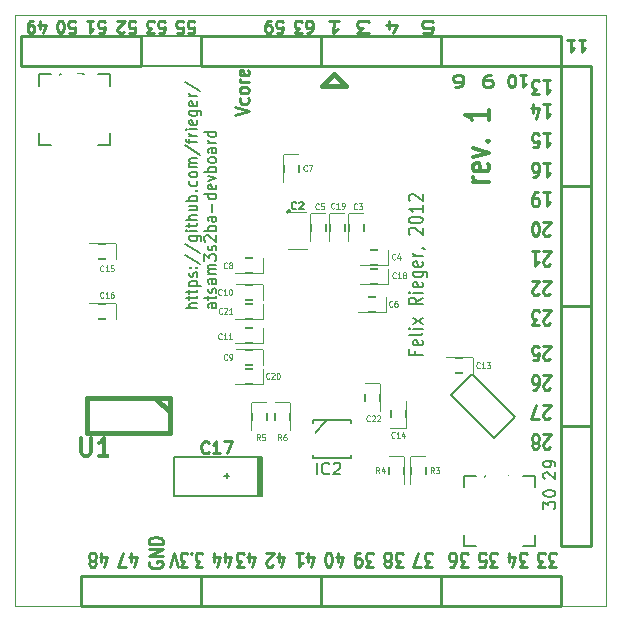
<source format=gto>
G04 (created by PCBNEW-RS274X (2012-01-19 BZR 3256)-stable) date 07/08/2012 11:34:10*
G01*
G70*
G90*
%MOIN*%
G04 Gerber Fmt 3.4, Leading zero omitted, Abs format*
%FSLAX34Y34*%
G04 APERTURE LIST*
%ADD10C,0.006000*%
%ADD11C,0.007500*%
%ADD12C,0.007900*%
%ADD13C,0.009900*%
%ADD14C,0.008900*%
%ADD15C,0.015000*%
%ADD16C,0.003900*%
%ADD17C,0.012000*%
%ADD18C,0.010000*%
%ADD19C,0.005000*%
%ADD20C,0.006500*%
%ADD21C,0.008000*%
%ADD22C,0.004500*%
%ADD23R,0.055000X0.055000*%
%ADD24C,0.055000*%
%ADD25C,0.060000*%
%ADD26R,0.070000X0.070000*%
%ADD27C,0.070000*%
%ADD28C,0.066000*%
%ADD29R,0.138000X0.084800*%
%ADD30R,0.047400X0.084800*%
%ADD31R,0.055000X0.035000*%
%ADD32R,0.035000X0.055000*%
%ADD33R,0.088700X0.120300*%
%ADD34C,0.069100*%
%ADD35C,0.118200*%
%ADD36C,0.246200*%
%ADD37R,0.065000X0.045000*%
%ADD38R,0.060000X0.025000*%
G04 APERTURE END LIST*
G54D10*
G54D11*
X06065Y-09759D02*
X05671Y-09759D01*
X06065Y-09607D02*
X05859Y-09607D01*
X05822Y-09624D01*
X05803Y-09658D01*
X05803Y-09708D01*
X05822Y-09742D01*
X05840Y-09759D01*
X05803Y-09489D02*
X05803Y-09354D01*
X05671Y-09439D02*
X06009Y-09439D01*
X06047Y-09422D01*
X06065Y-09388D01*
X06065Y-09354D01*
X05803Y-09287D02*
X05803Y-09152D01*
X05671Y-09237D02*
X06009Y-09237D01*
X06047Y-09220D01*
X06065Y-09186D01*
X06065Y-09152D01*
X05803Y-09035D02*
X06197Y-09035D01*
X05822Y-09035D02*
X05803Y-09001D01*
X05803Y-08934D01*
X05822Y-08900D01*
X05840Y-08883D01*
X05878Y-08866D01*
X05990Y-08866D01*
X06028Y-08883D01*
X06047Y-08900D01*
X06065Y-08934D01*
X06065Y-09001D01*
X06047Y-09035D01*
X06047Y-08732D02*
X06065Y-08698D01*
X06065Y-08630D01*
X06047Y-08597D01*
X06009Y-08580D01*
X05990Y-08580D01*
X05953Y-08597D01*
X05934Y-08630D01*
X05934Y-08681D01*
X05915Y-08715D01*
X05878Y-08732D01*
X05859Y-08732D01*
X05822Y-08715D01*
X05803Y-08681D01*
X05803Y-08630D01*
X05822Y-08597D01*
X06028Y-08428D02*
X06047Y-08411D01*
X06065Y-08428D01*
X06047Y-08445D01*
X06028Y-08428D01*
X06065Y-08428D01*
X05822Y-08428D02*
X05840Y-08411D01*
X05859Y-08428D01*
X05840Y-08445D01*
X05822Y-08428D01*
X05859Y-08428D01*
X05653Y-08006D02*
X06159Y-08309D01*
X05653Y-07635D02*
X06159Y-07938D01*
X05803Y-07365D02*
X06122Y-07365D01*
X06159Y-07382D01*
X06178Y-07399D01*
X06197Y-07432D01*
X06197Y-07483D01*
X06178Y-07517D01*
X06047Y-07365D02*
X06065Y-07399D01*
X06065Y-07466D01*
X06047Y-07500D01*
X06028Y-07517D01*
X05990Y-07534D01*
X05878Y-07534D01*
X05840Y-07517D01*
X05822Y-07500D01*
X05803Y-07466D01*
X05803Y-07399D01*
X05822Y-07365D01*
X06065Y-07197D02*
X05803Y-07197D01*
X05671Y-07197D02*
X05690Y-07214D01*
X05709Y-07197D01*
X05690Y-07180D01*
X05671Y-07197D01*
X05709Y-07197D01*
X05803Y-07078D02*
X05803Y-06943D01*
X05671Y-07028D02*
X06009Y-07028D01*
X06047Y-07011D01*
X06065Y-06977D01*
X06065Y-06943D01*
X06065Y-06826D02*
X05671Y-06826D01*
X06065Y-06674D02*
X05859Y-06674D01*
X05822Y-06691D01*
X05803Y-06725D01*
X05803Y-06775D01*
X05822Y-06809D01*
X05840Y-06826D01*
X05803Y-06354D02*
X06065Y-06354D01*
X05803Y-06506D02*
X06009Y-06506D01*
X06047Y-06489D01*
X06065Y-06455D01*
X06065Y-06405D01*
X06047Y-06371D01*
X06028Y-06354D01*
X06065Y-06186D02*
X05671Y-06186D01*
X05822Y-06186D02*
X05803Y-06152D01*
X05803Y-06085D01*
X05822Y-06051D01*
X05840Y-06034D01*
X05878Y-06017D01*
X05990Y-06017D01*
X06028Y-06034D01*
X06047Y-06051D01*
X06065Y-06085D01*
X06065Y-06152D01*
X06047Y-06186D01*
X06028Y-05866D02*
X06047Y-05849D01*
X06065Y-05866D01*
X06047Y-05883D01*
X06028Y-05866D01*
X06065Y-05866D01*
X06047Y-05545D02*
X06065Y-05579D01*
X06065Y-05646D01*
X06047Y-05680D01*
X06028Y-05697D01*
X05990Y-05714D01*
X05878Y-05714D01*
X05840Y-05697D01*
X05822Y-05680D01*
X05803Y-05646D01*
X05803Y-05579D01*
X05822Y-05545D01*
X06065Y-05343D02*
X06047Y-05377D01*
X06028Y-05394D01*
X05990Y-05411D01*
X05878Y-05411D01*
X05840Y-05394D01*
X05822Y-05377D01*
X05803Y-05343D01*
X05803Y-05293D01*
X05822Y-05259D01*
X05840Y-05242D01*
X05878Y-05225D01*
X05990Y-05225D01*
X06028Y-05242D01*
X06047Y-05259D01*
X06065Y-05293D01*
X06065Y-05343D01*
X06065Y-05074D02*
X05803Y-05074D01*
X05840Y-05074D02*
X05822Y-05057D01*
X05803Y-05023D01*
X05803Y-04973D01*
X05822Y-04939D01*
X05859Y-04922D01*
X06065Y-04922D01*
X05859Y-04922D02*
X05822Y-04905D01*
X05803Y-04871D01*
X05803Y-04821D01*
X05822Y-04787D01*
X05859Y-04770D01*
X06065Y-04770D01*
X05653Y-04349D02*
X06159Y-04652D01*
X05803Y-04281D02*
X05803Y-04146D01*
X06065Y-04231D02*
X05728Y-04231D01*
X05690Y-04214D01*
X05671Y-04180D01*
X05671Y-04146D01*
X06065Y-04029D02*
X05803Y-04029D01*
X05878Y-04029D02*
X05840Y-04012D01*
X05822Y-03995D01*
X05803Y-03961D01*
X05803Y-03928D01*
X06065Y-03810D02*
X05803Y-03810D01*
X05671Y-03810D02*
X05690Y-03827D01*
X05709Y-03810D01*
X05690Y-03793D01*
X05671Y-03810D01*
X05709Y-03810D01*
X06047Y-03506D02*
X06065Y-03540D01*
X06065Y-03607D01*
X06047Y-03641D01*
X06009Y-03658D01*
X05859Y-03658D01*
X05822Y-03641D01*
X05803Y-03607D01*
X05803Y-03540D01*
X05822Y-03506D01*
X05859Y-03489D01*
X05897Y-03489D01*
X05934Y-03658D01*
X05803Y-03186D02*
X06122Y-03186D01*
X06159Y-03203D01*
X06178Y-03220D01*
X06197Y-03253D01*
X06197Y-03304D01*
X06178Y-03338D01*
X06047Y-03186D02*
X06065Y-03220D01*
X06065Y-03287D01*
X06047Y-03321D01*
X06028Y-03338D01*
X05990Y-03355D01*
X05878Y-03355D01*
X05840Y-03338D01*
X05822Y-03321D01*
X05803Y-03287D01*
X05803Y-03220D01*
X05822Y-03186D01*
X06047Y-02883D02*
X06065Y-02917D01*
X06065Y-02984D01*
X06047Y-03018D01*
X06009Y-03035D01*
X05859Y-03035D01*
X05822Y-03018D01*
X05803Y-02984D01*
X05803Y-02917D01*
X05822Y-02883D01*
X05859Y-02866D01*
X05897Y-02866D01*
X05934Y-03035D01*
X06065Y-02715D02*
X05803Y-02715D01*
X05878Y-02715D02*
X05840Y-02698D01*
X05822Y-02681D01*
X05803Y-02647D01*
X05803Y-02614D01*
X05653Y-02243D02*
X06159Y-02546D01*
X06691Y-09607D02*
X06485Y-09607D01*
X06448Y-09624D01*
X06429Y-09658D01*
X06429Y-09725D01*
X06448Y-09759D01*
X06673Y-09607D02*
X06691Y-09641D01*
X06691Y-09725D01*
X06673Y-09759D01*
X06635Y-09776D01*
X06598Y-09776D01*
X06560Y-09759D01*
X06541Y-09725D01*
X06541Y-09641D01*
X06523Y-09607D01*
X06429Y-09489D02*
X06429Y-09354D01*
X06297Y-09439D02*
X06635Y-09439D01*
X06673Y-09422D01*
X06691Y-09388D01*
X06691Y-09354D01*
X06673Y-09254D02*
X06691Y-09220D01*
X06691Y-09152D01*
X06673Y-09119D01*
X06635Y-09102D01*
X06616Y-09102D01*
X06579Y-09119D01*
X06560Y-09152D01*
X06560Y-09203D01*
X06541Y-09237D01*
X06504Y-09254D01*
X06485Y-09254D01*
X06448Y-09237D01*
X06429Y-09203D01*
X06429Y-09152D01*
X06448Y-09119D01*
X06691Y-08798D02*
X06485Y-08798D01*
X06448Y-08815D01*
X06429Y-08849D01*
X06429Y-08916D01*
X06448Y-08950D01*
X06673Y-08798D02*
X06691Y-08832D01*
X06691Y-08916D01*
X06673Y-08950D01*
X06635Y-08967D01*
X06598Y-08967D01*
X06560Y-08950D01*
X06541Y-08916D01*
X06541Y-08832D01*
X06523Y-08798D01*
X06691Y-08630D02*
X06429Y-08630D01*
X06466Y-08630D02*
X06448Y-08613D01*
X06429Y-08579D01*
X06429Y-08529D01*
X06448Y-08495D01*
X06485Y-08478D01*
X06691Y-08478D01*
X06485Y-08478D02*
X06448Y-08461D01*
X06429Y-08427D01*
X06429Y-08377D01*
X06448Y-08343D01*
X06485Y-08326D01*
X06691Y-08326D01*
X06297Y-08191D02*
X06297Y-07972D01*
X06448Y-08090D01*
X06448Y-08040D01*
X06466Y-08006D01*
X06485Y-07989D01*
X06523Y-07972D01*
X06616Y-07972D01*
X06654Y-07989D01*
X06673Y-08006D01*
X06691Y-08040D01*
X06691Y-08141D01*
X06673Y-08175D01*
X06654Y-08191D01*
X06673Y-07838D02*
X06691Y-07804D01*
X06691Y-07736D01*
X06673Y-07703D01*
X06635Y-07686D01*
X06616Y-07686D01*
X06579Y-07703D01*
X06560Y-07736D01*
X06560Y-07787D01*
X06541Y-07821D01*
X06504Y-07838D01*
X06485Y-07838D01*
X06448Y-07821D01*
X06429Y-07787D01*
X06429Y-07736D01*
X06448Y-07703D01*
X06335Y-07551D02*
X06316Y-07534D01*
X06297Y-07500D01*
X06297Y-07416D01*
X06316Y-07382D01*
X06335Y-07365D01*
X06373Y-07348D01*
X06410Y-07348D01*
X06466Y-07365D01*
X06691Y-07567D01*
X06691Y-07348D01*
X06691Y-07197D02*
X06297Y-07197D01*
X06448Y-07197D02*
X06429Y-07163D01*
X06429Y-07096D01*
X06448Y-07062D01*
X06466Y-07045D01*
X06504Y-07028D01*
X06616Y-07028D01*
X06654Y-07045D01*
X06673Y-07062D01*
X06691Y-07096D01*
X06691Y-07163D01*
X06673Y-07197D01*
X06691Y-06725D02*
X06485Y-06725D01*
X06448Y-06742D01*
X06429Y-06776D01*
X06429Y-06843D01*
X06448Y-06877D01*
X06673Y-06725D02*
X06691Y-06759D01*
X06691Y-06843D01*
X06673Y-06877D01*
X06635Y-06894D01*
X06598Y-06894D01*
X06560Y-06877D01*
X06541Y-06843D01*
X06541Y-06759D01*
X06523Y-06725D01*
X06541Y-06557D02*
X06541Y-06287D01*
X06691Y-05967D02*
X06297Y-05967D01*
X06673Y-05967D02*
X06691Y-06001D01*
X06691Y-06068D01*
X06673Y-06102D01*
X06654Y-06119D01*
X06616Y-06136D01*
X06504Y-06136D01*
X06466Y-06119D01*
X06448Y-06102D01*
X06429Y-06068D01*
X06429Y-06001D01*
X06448Y-05967D01*
X06673Y-05664D02*
X06691Y-05698D01*
X06691Y-05765D01*
X06673Y-05799D01*
X06635Y-05816D01*
X06485Y-05816D01*
X06448Y-05799D01*
X06429Y-05765D01*
X06429Y-05698D01*
X06448Y-05664D01*
X06485Y-05647D01*
X06523Y-05647D01*
X06560Y-05816D01*
X06429Y-05529D02*
X06691Y-05445D01*
X06429Y-05361D01*
X06691Y-05226D02*
X06297Y-05226D01*
X06448Y-05226D02*
X06429Y-05192D01*
X06429Y-05125D01*
X06448Y-05091D01*
X06466Y-05074D01*
X06504Y-05057D01*
X06616Y-05057D01*
X06654Y-05074D01*
X06673Y-05091D01*
X06691Y-05125D01*
X06691Y-05192D01*
X06673Y-05226D01*
X06691Y-04855D02*
X06673Y-04889D01*
X06654Y-04906D01*
X06616Y-04923D01*
X06504Y-04923D01*
X06466Y-04906D01*
X06448Y-04889D01*
X06429Y-04855D01*
X06429Y-04805D01*
X06448Y-04771D01*
X06466Y-04754D01*
X06504Y-04737D01*
X06616Y-04737D01*
X06654Y-04754D01*
X06673Y-04771D01*
X06691Y-04805D01*
X06691Y-04855D01*
X06691Y-04434D02*
X06485Y-04434D01*
X06448Y-04451D01*
X06429Y-04485D01*
X06429Y-04552D01*
X06448Y-04586D01*
X06673Y-04434D02*
X06691Y-04468D01*
X06691Y-04552D01*
X06673Y-04586D01*
X06635Y-04603D01*
X06598Y-04603D01*
X06560Y-04586D01*
X06541Y-04552D01*
X06541Y-04468D01*
X06523Y-04434D01*
X06691Y-04266D02*
X06429Y-04266D01*
X06504Y-04266D02*
X06466Y-04249D01*
X06448Y-04232D01*
X06429Y-04198D01*
X06429Y-04165D01*
X06691Y-03895D02*
X06297Y-03895D01*
X06673Y-03895D02*
X06691Y-03929D01*
X06691Y-03996D01*
X06673Y-04030D01*
X06654Y-04047D01*
X06616Y-04064D01*
X06504Y-04064D01*
X06466Y-04047D01*
X06448Y-04030D01*
X06429Y-03996D01*
X06429Y-03929D01*
X06448Y-03895D01*
G54D12*
X13330Y-11203D02*
X13330Y-11334D01*
X13577Y-11334D02*
X13105Y-11334D01*
X13105Y-11147D01*
X13555Y-10846D02*
X13577Y-10884D01*
X13577Y-10959D01*
X13555Y-10996D01*
X13510Y-11015D01*
X13330Y-11015D01*
X13285Y-10996D01*
X13262Y-10959D01*
X13262Y-10884D01*
X13285Y-10846D01*
X13330Y-10827D01*
X13375Y-10827D01*
X13420Y-11015D01*
X13577Y-10602D02*
X13555Y-10639D01*
X13510Y-10658D01*
X13105Y-10658D01*
X13577Y-10452D02*
X13262Y-10452D01*
X13105Y-10452D02*
X13128Y-10471D01*
X13150Y-10452D01*
X13128Y-10433D01*
X13105Y-10452D01*
X13150Y-10452D01*
X13577Y-10302D02*
X13262Y-10095D01*
X13262Y-10302D02*
X13577Y-10095D01*
X13577Y-09420D02*
X13352Y-09551D01*
X13577Y-09645D02*
X13105Y-09645D01*
X13105Y-09495D01*
X13128Y-09458D01*
X13150Y-09439D01*
X13195Y-09420D01*
X13262Y-09420D01*
X13307Y-09439D01*
X13330Y-09458D01*
X13352Y-09495D01*
X13352Y-09645D01*
X13577Y-09251D02*
X13262Y-09251D01*
X13105Y-09251D02*
X13128Y-09270D01*
X13150Y-09251D01*
X13128Y-09232D01*
X13105Y-09251D01*
X13150Y-09251D01*
X13555Y-08913D02*
X13577Y-08951D01*
X13577Y-09026D01*
X13555Y-09063D01*
X13510Y-09082D01*
X13330Y-09082D01*
X13285Y-09063D01*
X13262Y-09026D01*
X13262Y-08951D01*
X13285Y-08913D01*
X13330Y-08894D01*
X13375Y-08894D01*
X13420Y-09082D01*
X13262Y-08556D02*
X13644Y-08556D01*
X13689Y-08575D01*
X13712Y-08594D01*
X13734Y-08631D01*
X13734Y-08688D01*
X13712Y-08725D01*
X13555Y-08556D02*
X13577Y-08594D01*
X13577Y-08669D01*
X13555Y-08706D01*
X13532Y-08725D01*
X13487Y-08744D01*
X13352Y-08744D01*
X13307Y-08725D01*
X13285Y-08706D01*
X13262Y-08669D01*
X13262Y-08594D01*
X13285Y-08556D01*
X13555Y-08219D02*
X13577Y-08257D01*
X13577Y-08332D01*
X13555Y-08369D01*
X13510Y-08388D01*
X13330Y-08388D01*
X13285Y-08369D01*
X13262Y-08332D01*
X13262Y-08257D01*
X13285Y-08219D01*
X13330Y-08200D01*
X13375Y-08200D01*
X13420Y-08388D01*
X13577Y-08031D02*
X13262Y-08031D01*
X13352Y-08031D02*
X13307Y-08012D01*
X13285Y-07994D01*
X13262Y-07956D01*
X13262Y-07919D01*
X13555Y-07768D02*
X13577Y-07768D01*
X13622Y-07787D01*
X13644Y-07806D01*
X13150Y-07318D02*
X13128Y-07299D01*
X13105Y-07262D01*
X13105Y-07168D01*
X13128Y-07130D01*
X13150Y-07112D01*
X13195Y-07093D01*
X13240Y-07093D01*
X13307Y-07112D01*
X13577Y-07337D01*
X13577Y-07093D01*
X13105Y-06849D02*
X13105Y-06812D01*
X13128Y-06774D01*
X13150Y-06755D01*
X13195Y-06737D01*
X13285Y-06718D01*
X13397Y-06718D01*
X13487Y-06737D01*
X13532Y-06755D01*
X13555Y-06774D01*
X13577Y-06812D01*
X13577Y-06849D01*
X13555Y-06887D01*
X13532Y-06905D01*
X13487Y-06924D01*
X13397Y-06943D01*
X13285Y-06943D01*
X13195Y-06924D01*
X13150Y-06905D01*
X13128Y-06887D01*
X13105Y-06849D01*
X13577Y-06343D02*
X13577Y-06568D01*
X13577Y-06455D02*
X13105Y-06455D01*
X13172Y-06493D01*
X13217Y-06530D01*
X13240Y-06568D01*
X13150Y-06193D02*
X13128Y-06174D01*
X13105Y-06137D01*
X13105Y-06043D01*
X13128Y-06005D01*
X13150Y-05987D01*
X13195Y-05968D01*
X13240Y-05968D01*
X13307Y-05987D01*
X13577Y-06212D01*
X13577Y-05968D01*
G54D13*
X10742Y-18234D02*
X10742Y-17919D01*
X10836Y-18413D02*
X10930Y-18076D01*
X10686Y-18076D01*
X10461Y-18391D02*
X10424Y-18391D01*
X10386Y-18368D01*
X10367Y-18346D01*
X10349Y-18301D01*
X10330Y-18211D01*
X10330Y-18099D01*
X10349Y-18009D01*
X10367Y-17964D01*
X10386Y-17941D01*
X10424Y-17919D01*
X10461Y-17919D01*
X10499Y-17941D01*
X10517Y-17964D01*
X10536Y-18009D01*
X10555Y-18099D01*
X10555Y-18211D01*
X10536Y-18301D01*
X10517Y-18346D01*
X10499Y-18368D01*
X10461Y-18391D01*
X11933Y-18391D02*
X11689Y-18391D01*
X11820Y-18211D01*
X11764Y-18211D01*
X11726Y-18189D01*
X11708Y-18166D01*
X11689Y-18121D01*
X11689Y-18009D01*
X11708Y-17964D01*
X11726Y-17941D01*
X11764Y-17919D01*
X11876Y-17919D01*
X11914Y-17941D01*
X11933Y-17964D01*
X11501Y-17919D02*
X11426Y-17919D01*
X11389Y-17941D01*
X11370Y-17964D01*
X11333Y-18031D01*
X11314Y-18121D01*
X11314Y-18301D01*
X11333Y-18346D01*
X11351Y-18368D01*
X11389Y-18391D01*
X11464Y-18391D01*
X11501Y-18368D01*
X11520Y-18346D01*
X11539Y-18301D01*
X11539Y-18189D01*
X11520Y-18144D01*
X11501Y-18121D01*
X11464Y-18099D01*
X11389Y-18099D01*
X11351Y-18121D01*
X11333Y-18144D01*
X11314Y-18189D01*
X12917Y-18391D02*
X12673Y-18391D01*
X12804Y-18211D01*
X12748Y-18211D01*
X12710Y-18189D01*
X12692Y-18166D01*
X12673Y-18121D01*
X12673Y-18009D01*
X12692Y-17964D01*
X12710Y-17941D01*
X12748Y-17919D01*
X12860Y-17919D01*
X12898Y-17941D01*
X12917Y-17964D01*
X12448Y-18189D02*
X12485Y-18211D01*
X12504Y-18234D01*
X12523Y-18279D01*
X12523Y-18301D01*
X12504Y-18346D01*
X12485Y-18368D01*
X12448Y-18391D01*
X12373Y-18391D01*
X12335Y-18368D01*
X12317Y-18346D01*
X12298Y-18301D01*
X12298Y-18279D01*
X12317Y-18234D01*
X12335Y-18211D01*
X12373Y-18189D01*
X12448Y-18189D01*
X12485Y-18166D01*
X12504Y-18144D01*
X12523Y-18099D01*
X12523Y-18009D01*
X12504Y-17964D01*
X12485Y-17941D01*
X12448Y-17919D01*
X12373Y-17919D01*
X12335Y-17941D01*
X12317Y-17964D01*
X12298Y-18009D01*
X12298Y-18099D01*
X12317Y-18144D01*
X12335Y-18166D01*
X12373Y-18189D01*
X13902Y-18391D02*
X13658Y-18391D01*
X13789Y-18211D01*
X13733Y-18211D01*
X13695Y-18189D01*
X13677Y-18166D01*
X13658Y-18121D01*
X13658Y-18009D01*
X13677Y-17964D01*
X13695Y-17941D01*
X13733Y-17919D01*
X13845Y-17919D01*
X13883Y-17941D01*
X13902Y-17964D01*
X13527Y-18391D02*
X13264Y-18391D01*
X13433Y-17919D01*
X15083Y-18391D02*
X14839Y-18391D01*
X14970Y-18211D01*
X14914Y-18211D01*
X14876Y-18189D01*
X14858Y-18166D01*
X14839Y-18121D01*
X14839Y-18009D01*
X14858Y-17964D01*
X14876Y-17941D01*
X14914Y-17919D01*
X15026Y-17919D01*
X15064Y-17941D01*
X15083Y-17964D01*
X14501Y-18391D02*
X14576Y-18391D01*
X14614Y-18368D01*
X14633Y-18346D01*
X14670Y-18279D01*
X14689Y-18189D01*
X14689Y-18009D01*
X14670Y-17964D01*
X14651Y-17941D01*
X14614Y-17919D01*
X14539Y-17919D01*
X14501Y-17941D01*
X14483Y-17964D01*
X14464Y-18009D01*
X14464Y-18121D01*
X14483Y-18166D01*
X14501Y-18189D01*
X14539Y-18211D01*
X14614Y-18211D01*
X14651Y-18189D01*
X14670Y-18166D01*
X14689Y-18121D01*
X16067Y-18391D02*
X15823Y-18391D01*
X15954Y-18211D01*
X15898Y-18211D01*
X15860Y-18189D01*
X15842Y-18166D01*
X15823Y-18121D01*
X15823Y-18009D01*
X15842Y-17964D01*
X15860Y-17941D01*
X15898Y-17919D01*
X16010Y-17919D01*
X16048Y-17941D01*
X16067Y-17964D01*
X15467Y-18391D02*
X15654Y-18391D01*
X15673Y-18166D01*
X15654Y-18189D01*
X15617Y-18211D01*
X15523Y-18211D01*
X15485Y-18189D01*
X15467Y-18166D01*
X15448Y-18121D01*
X15448Y-18009D01*
X15467Y-17964D01*
X15485Y-17941D01*
X15523Y-17919D01*
X15617Y-17919D01*
X15654Y-17941D01*
X15673Y-17964D01*
X17051Y-18391D02*
X16807Y-18391D01*
X16938Y-18211D01*
X16882Y-18211D01*
X16844Y-18189D01*
X16826Y-18166D01*
X16807Y-18121D01*
X16807Y-18009D01*
X16826Y-17964D01*
X16844Y-17941D01*
X16882Y-17919D01*
X16994Y-17919D01*
X17032Y-17941D01*
X17051Y-17964D01*
X16469Y-18234D02*
X16469Y-17919D01*
X16563Y-18413D02*
X16657Y-18076D01*
X16413Y-18076D01*
X18036Y-18391D02*
X17792Y-18391D01*
X17923Y-18211D01*
X17867Y-18211D01*
X17829Y-18189D01*
X17811Y-18166D01*
X17792Y-18121D01*
X17792Y-18009D01*
X17811Y-17964D01*
X17829Y-17941D01*
X17867Y-17919D01*
X17979Y-17919D01*
X18017Y-17941D01*
X18036Y-17964D01*
X17661Y-18391D02*
X17417Y-18391D01*
X17548Y-18211D01*
X17492Y-18211D01*
X17454Y-18189D01*
X17436Y-18166D01*
X17417Y-18121D01*
X17417Y-18009D01*
X17436Y-17964D01*
X17454Y-17941D01*
X17492Y-17919D01*
X17604Y-17919D01*
X17642Y-17941D01*
X17661Y-17964D01*
X02868Y-18234D02*
X02868Y-17919D01*
X02962Y-18413D02*
X03056Y-18076D01*
X02812Y-18076D01*
X02606Y-18189D02*
X02643Y-18211D01*
X02662Y-18234D01*
X02681Y-18279D01*
X02681Y-18301D01*
X02662Y-18346D01*
X02643Y-18368D01*
X02606Y-18391D01*
X02531Y-18391D01*
X02493Y-18368D01*
X02475Y-18346D01*
X02456Y-18301D01*
X02456Y-18279D01*
X02475Y-18234D01*
X02493Y-18211D01*
X02531Y-18189D01*
X02606Y-18189D01*
X02643Y-18166D01*
X02662Y-18144D01*
X02681Y-18099D01*
X02681Y-18009D01*
X02662Y-17964D01*
X02643Y-17941D01*
X02606Y-17919D01*
X02531Y-17919D01*
X02493Y-17941D01*
X02475Y-17964D01*
X02456Y-18009D01*
X02456Y-18099D01*
X02475Y-18144D01*
X02493Y-18166D01*
X02531Y-18189D01*
X03852Y-18234D02*
X03852Y-17919D01*
X03946Y-18413D02*
X04040Y-18076D01*
X03796Y-18076D01*
X03684Y-18391D02*
X03421Y-18391D01*
X03590Y-17919D01*
X04466Y-18224D02*
X04443Y-18261D01*
X04443Y-18318D01*
X04466Y-18374D01*
X04510Y-18411D01*
X04555Y-18430D01*
X04645Y-18449D01*
X04713Y-18449D01*
X04803Y-18430D01*
X04848Y-18411D01*
X04893Y-18374D01*
X04915Y-18318D01*
X04915Y-18280D01*
X04893Y-18224D01*
X04870Y-18205D01*
X04713Y-18205D01*
X04713Y-18280D01*
X04915Y-18036D02*
X04443Y-18036D01*
X04915Y-17811D01*
X04443Y-17811D01*
X04915Y-17623D02*
X04443Y-17623D01*
X04443Y-17529D01*
X04466Y-17473D01*
X04510Y-17436D01*
X04555Y-17417D01*
X04645Y-17398D01*
X04713Y-17398D01*
X04803Y-17417D01*
X04848Y-17436D01*
X04893Y-17473D01*
X04915Y-17529D01*
X04915Y-17623D01*
G54D14*
X06231Y-18391D02*
X06012Y-18391D01*
X06130Y-18211D01*
X06080Y-18211D01*
X06046Y-18189D01*
X06029Y-18166D01*
X06012Y-18121D01*
X06012Y-18009D01*
X06029Y-17964D01*
X06046Y-17941D01*
X06080Y-17919D01*
X06181Y-17919D01*
X06215Y-17941D01*
X06231Y-17964D01*
X05861Y-17964D02*
X05844Y-17941D01*
X05861Y-17919D01*
X05878Y-17941D01*
X05861Y-17964D01*
X05861Y-17919D01*
X05725Y-18391D02*
X05506Y-18391D01*
X05624Y-18211D01*
X05574Y-18211D01*
X05540Y-18189D01*
X05523Y-18166D01*
X05506Y-18121D01*
X05506Y-18009D01*
X05523Y-17964D01*
X05540Y-17941D01*
X05574Y-17919D01*
X05675Y-17919D01*
X05709Y-17941D01*
X05725Y-17964D01*
X05405Y-18391D02*
X05287Y-17919D01*
X05169Y-18391D01*
G54D13*
X07002Y-18234D02*
X07002Y-17919D01*
X07096Y-18413D02*
X07190Y-18076D01*
X06946Y-18076D01*
X06627Y-18234D02*
X06627Y-17919D01*
X06721Y-18413D02*
X06815Y-18076D01*
X06571Y-18076D01*
X07789Y-18234D02*
X07789Y-17919D01*
X07883Y-18413D02*
X07977Y-18076D01*
X07733Y-18076D01*
X07621Y-18391D02*
X07377Y-18391D01*
X07508Y-18211D01*
X07452Y-18211D01*
X07414Y-18189D01*
X07396Y-18166D01*
X07377Y-18121D01*
X07377Y-18009D01*
X07396Y-17964D01*
X07414Y-17941D01*
X07452Y-17919D01*
X07564Y-17919D01*
X07602Y-17941D01*
X07621Y-17964D01*
X08773Y-18234D02*
X08773Y-17919D01*
X08867Y-18413D02*
X08961Y-18076D01*
X08717Y-18076D01*
X08586Y-18346D02*
X08567Y-18368D01*
X08530Y-18391D01*
X08436Y-18391D01*
X08398Y-18368D01*
X08380Y-18346D01*
X08361Y-18301D01*
X08361Y-18256D01*
X08380Y-18189D01*
X08605Y-17919D01*
X08361Y-17919D01*
X09758Y-18234D02*
X09758Y-17919D01*
X09852Y-18413D02*
X09946Y-18076D01*
X09702Y-18076D01*
X09346Y-17919D02*
X09571Y-17919D01*
X09458Y-17919D02*
X09458Y-18391D01*
X09496Y-18324D01*
X09533Y-18279D01*
X09571Y-18256D01*
X17820Y-14409D02*
X17801Y-14431D01*
X17764Y-14454D01*
X17670Y-14454D01*
X17632Y-14431D01*
X17614Y-14409D01*
X17595Y-14364D01*
X17595Y-14319D01*
X17614Y-14252D01*
X17839Y-13982D01*
X17595Y-13982D01*
X17370Y-14252D02*
X17407Y-14274D01*
X17426Y-14297D01*
X17445Y-14342D01*
X17445Y-14364D01*
X17426Y-14409D01*
X17407Y-14431D01*
X17370Y-14454D01*
X17295Y-14454D01*
X17257Y-14431D01*
X17239Y-14409D01*
X17220Y-14364D01*
X17220Y-14342D01*
X17239Y-14297D01*
X17257Y-14274D01*
X17295Y-14252D01*
X17370Y-14252D01*
X17407Y-14229D01*
X17426Y-14207D01*
X17445Y-14162D01*
X17445Y-14072D01*
X17426Y-14027D01*
X17407Y-14004D01*
X17370Y-13982D01*
X17295Y-13982D01*
X17257Y-14004D01*
X17239Y-14027D01*
X17220Y-14072D01*
X17220Y-14162D01*
X17239Y-14207D01*
X17257Y-14229D01*
X17295Y-14252D01*
G54D12*
X17638Y-15458D02*
X17619Y-15439D01*
X17600Y-15402D01*
X17600Y-15308D01*
X17619Y-15270D01*
X17638Y-15252D01*
X17676Y-15233D01*
X17713Y-15233D01*
X17769Y-15252D01*
X17994Y-15477D01*
X17994Y-15233D01*
X17994Y-15045D02*
X17994Y-14970D01*
X17976Y-14933D01*
X17957Y-14914D01*
X17901Y-14877D01*
X17826Y-14858D01*
X17676Y-14858D01*
X17638Y-14877D01*
X17619Y-14895D01*
X17600Y-14933D01*
X17600Y-15008D01*
X17619Y-15045D01*
X17638Y-15064D01*
X17676Y-15083D01*
X17769Y-15083D01*
X17807Y-15064D01*
X17826Y-15045D01*
X17844Y-15008D01*
X17844Y-14933D01*
X17826Y-14895D01*
X17807Y-14877D01*
X17769Y-14858D01*
X17600Y-16461D02*
X17600Y-16217D01*
X17751Y-16348D01*
X17751Y-16292D01*
X17769Y-16254D01*
X17788Y-16236D01*
X17826Y-16217D01*
X17919Y-16217D01*
X17957Y-16236D01*
X17976Y-16254D01*
X17994Y-16292D01*
X17994Y-16404D01*
X17976Y-16442D01*
X17957Y-16461D01*
X17600Y-15973D02*
X17600Y-15936D01*
X17619Y-15898D01*
X17638Y-15879D01*
X17676Y-15861D01*
X17751Y-15842D01*
X17844Y-15842D01*
X17919Y-15861D01*
X17957Y-15879D01*
X17976Y-15898D01*
X17994Y-15936D01*
X17994Y-15973D01*
X17976Y-16011D01*
X17957Y-16029D01*
X17919Y-16048D01*
X17844Y-16067D01*
X17751Y-16067D01*
X17676Y-16048D01*
X17638Y-16029D01*
X17619Y-16011D01*
X17600Y-15973D01*
G54D13*
X17595Y-02171D02*
X17820Y-02171D01*
X17707Y-02171D02*
X17707Y-02643D01*
X17745Y-02576D01*
X17782Y-02531D01*
X17820Y-02508D01*
X17464Y-02643D02*
X17220Y-02643D01*
X17351Y-02463D01*
X17295Y-02463D01*
X17257Y-02441D01*
X17239Y-02418D01*
X17220Y-02373D01*
X17220Y-02261D01*
X17239Y-02216D01*
X17257Y-02193D01*
X17295Y-02171D01*
X17407Y-02171D01*
X17445Y-02193D01*
X17464Y-02216D01*
X17595Y-02959D02*
X17820Y-02959D01*
X17707Y-02959D02*
X17707Y-03431D01*
X17745Y-03364D01*
X17782Y-03319D01*
X17820Y-03296D01*
X17257Y-03274D02*
X17257Y-02959D01*
X17351Y-03453D02*
X17445Y-03116D01*
X17201Y-03116D01*
X17595Y-03943D02*
X17820Y-03943D01*
X17707Y-03943D02*
X17707Y-04415D01*
X17745Y-04348D01*
X17782Y-04303D01*
X17820Y-04280D01*
X17239Y-04415D02*
X17426Y-04415D01*
X17445Y-04190D01*
X17426Y-04213D01*
X17389Y-04235D01*
X17295Y-04235D01*
X17257Y-04213D01*
X17239Y-04190D01*
X17220Y-04145D01*
X17220Y-04033D01*
X17239Y-03988D01*
X17257Y-03965D01*
X17295Y-03943D01*
X17389Y-03943D01*
X17426Y-03965D01*
X17445Y-03988D01*
X17595Y-04927D02*
X17820Y-04927D01*
X17707Y-04927D02*
X17707Y-05399D01*
X17745Y-05332D01*
X17782Y-05287D01*
X17820Y-05264D01*
X17257Y-05399D02*
X17332Y-05399D01*
X17370Y-05376D01*
X17389Y-05354D01*
X17426Y-05287D01*
X17445Y-05197D01*
X17445Y-05017D01*
X17426Y-04972D01*
X17407Y-04949D01*
X17370Y-04927D01*
X17295Y-04927D01*
X17257Y-04949D01*
X17239Y-04972D01*
X17220Y-05017D01*
X17220Y-05129D01*
X17239Y-05174D01*
X17257Y-05197D01*
X17295Y-05219D01*
X17370Y-05219D01*
X17407Y-05197D01*
X17426Y-05174D01*
X17445Y-05129D01*
X17595Y-05911D02*
X17820Y-05911D01*
X17707Y-05911D02*
X17707Y-06383D01*
X17745Y-06316D01*
X17782Y-06271D01*
X17820Y-06248D01*
X17407Y-05911D02*
X17332Y-05911D01*
X17295Y-05933D01*
X17276Y-05956D01*
X17239Y-06023D01*
X17220Y-06113D01*
X17220Y-06293D01*
X17239Y-06338D01*
X17257Y-06360D01*
X17295Y-06383D01*
X17370Y-06383D01*
X17407Y-06360D01*
X17426Y-06338D01*
X17445Y-06293D01*
X17445Y-06181D01*
X17426Y-06136D01*
X17407Y-06113D01*
X17370Y-06091D01*
X17295Y-06091D01*
X17257Y-06113D01*
X17239Y-06136D01*
X17220Y-06181D01*
X17820Y-07323D02*
X17801Y-07345D01*
X17764Y-07368D01*
X17670Y-07368D01*
X17632Y-07345D01*
X17614Y-07323D01*
X17595Y-07278D01*
X17595Y-07233D01*
X17614Y-07166D01*
X17839Y-06896D01*
X17595Y-06896D01*
X17351Y-07368D02*
X17314Y-07368D01*
X17276Y-07345D01*
X17257Y-07323D01*
X17239Y-07278D01*
X17220Y-07188D01*
X17220Y-07076D01*
X17239Y-06986D01*
X17257Y-06941D01*
X17276Y-06918D01*
X17314Y-06896D01*
X17351Y-06896D01*
X17389Y-06918D01*
X17407Y-06941D01*
X17426Y-06986D01*
X17445Y-07076D01*
X17445Y-07188D01*
X17426Y-07278D01*
X17407Y-07323D01*
X17389Y-07345D01*
X17351Y-07368D01*
X17820Y-08307D02*
X17801Y-08329D01*
X17764Y-08352D01*
X17670Y-08352D01*
X17632Y-08329D01*
X17614Y-08307D01*
X17595Y-08262D01*
X17595Y-08217D01*
X17614Y-08150D01*
X17839Y-07880D01*
X17595Y-07880D01*
X17220Y-07880D02*
X17445Y-07880D01*
X17332Y-07880D02*
X17332Y-08352D01*
X17370Y-08285D01*
X17407Y-08240D01*
X17445Y-08217D01*
X17820Y-09291D02*
X17801Y-09313D01*
X17764Y-09336D01*
X17670Y-09336D01*
X17632Y-09313D01*
X17614Y-09291D01*
X17595Y-09246D01*
X17595Y-09201D01*
X17614Y-09134D01*
X17839Y-08864D01*
X17595Y-08864D01*
X17445Y-09291D02*
X17426Y-09313D01*
X17389Y-09336D01*
X17295Y-09336D01*
X17257Y-09313D01*
X17239Y-09291D01*
X17220Y-09246D01*
X17220Y-09201D01*
X17239Y-09134D01*
X17464Y-08864D01*
X17220Y-08864D01*
X17820Y-10275D02*
X17801Y-10297D01*
X17764Y-10320D01*
X17670Y-10320D01*
X17632Y-10297D01*
X17614Y-10275D01*
X17595Y-10230D01*
X17595Y-10185D01*
X17614Y-10118D01*
X17839Y-09848D01*
X17595Y-09848D01*
X17464Y-10320D02*
X17220Y-10320D01*
X17351Y-10140D01*
X17295Y-10140D01*
X17257Y-10118D01*
X17239Y-10095D01*
X17220Y-10050D01*
X17220Y-09938D01*
X17239Y-09893D01*
X17257Y-09870D01*
X17295Y-09848D01*
X17407Y-09848D01*
X17445Y-09870D01*
X17464Y-09893D01*
X17820Y-11456D02*
X17801Y-11478D01*
X17764Y-11501D01*
X17670Y-11501D01*
X17632Y-11478D01*
X17614Y-11456D01*
X17595Y-11411D01*
X17595Y-11366D01*
X17614Y-11299D01*
X17839Y-11029D01*
X17595Y-11029D01*
X17239Y-11501D02*
X17426Y-11501D01*
X17445Y-11276D01*
X17426Y-11299D01*
X17389Y-11321D01*
X17295Y-11321D01*
X17257Y-11299D01*
X17239Y-11276D01*
X17220Y-11231D01*
X17220Y-11119D01*
X17239Y-11074D01*
X17257Y-11051D01*
X17295Y-11029D01*
X17389Y-11029D01*
X17426Y-11051D01*
X17445Y-11074D01*
X17820Y-12441D02*
X17801Y-12463D01*
X17764Y-12486D01*
X17670Y-12486D01*
X17632Y-12463D01*
X17614Y-12441D01*
X17595Y-12396D01*
X17595Y-12351D01*
X17614Y-12284D01*
X17839Y-12014D01*
X17595Y-12014D01*
X17257Y-12486D02*
X17332Y-12486D01*
X17370Y-12463D01*
X17389Y-12441D01*
X17426Y-12374D01*
X17445Y-12284D01*
X17445Y-12104D01*
X17426Y-12059D01*
X17407Y-12036D01*
X17370Y-12014D01*
X17295Y-12014D01*
X17257Y-12036D01*
X17239Y-12059D01*
X17220Y-12104D01*
X17220Y-12216D01*
X17239Y-12261D01*
X17257Y-12284D01*
X17295Y-12306D01*
X17370Y-12306D01*
X17407Y-12284D01*
X17426Y-12261D01*
X17445Y-12216D01*
X17820Y-13425D02*
X17801Y-13447D01*
X17764Y-13470D01*
X17670Y-13470D01*
X17632Y-13447D01*
X17614Y-13425D01*
X17595Y-13380D01*
X17595Y-13335D01*
X17614Y-13268D01*
X17839Y-12998D01*
X17595Y-12998D01*
X17464Y-13470D02*
X17201Y-13470D01*
X17370Y-12998D01*
X16807Y-02006D02*
X17032Y-02006D01*
X16919Y-02006D02*
X16919Y-02400D01*
X16957Y-02343D01*
X16994Y-02306D01*
X17032Y-02287D01*
X16563Y-02400D02*
X16526Y-02400D01*
X16488Y-02381D01*
X16469Y-02362D01*
X16451Y-02324D01*
X16432Y-02249D01*
X16432Y-02156D01*
X16451Y-02081D01*
X16469Y-02043D01*
X16488Y-02024D01*
X16526Y-02006D01*
X16563Y-02006D01*
X16601Y-02024D01*
X16619Y-02043D01*
X16638Y-02081D01*
X16657Y-02156D01*
X16657Y-02249D01*
X16638Y-02324D01*
X16619Y-02362D01*
X16601Y-02381D01*
X16563Y-02400D01*
X18776Y-00825D02*
X19001Y-00825D01*
X18888Y-00825D02*
X18888Y-01219D01*
X18926Y-01162D01*
X18963Y-01125D01*
X19001Y-01106D01*
X18401Y-00825D02*
X18626Y-00825D01*
X18513Y-00825D02*
X18513Y-01219D01*
X18551Y-01162D01*
X18588Y-01125D01*
X18626Y-01106D01*
X10452Y-00195D02*
X10795Y-00195D01*
X10623Y-00195D02*
X10574Y-00589D01*
X10638Y-00532D01*
X10701Y-00495D01*
X10760Y-00476D01*
X11774Y-00589D02*
X11403Y-00589D01*
X11603Y-00438D01*
X11517Y-00438D01*
X11460Y-00420D01*
X11431Y-00401D01*
X11403Y-00363D01*
X11403Y-00270D01*
X11431Y-00232D01*
X11460Y-00213D01*
X11517Y-00195D01*
X11689Y-00195D01*
X11746Y-00213D01*
X11774Y-00232D01*
X12444Y-00457D02*
X12444Y-00195D01*
X12587Y-00607D02*
X12730Y-00326D01*
X12358Y-00326D01*
X13597Y-00589D02*
X13883Y-00589D01*
X13912Y-00401D01*
X13883Y-00420D01*
X13826Y-00438D01*
X13683Y-00438D01*
X13626Y-00420D01*
X13597Y-00401D01*
X13569Y-00363D01*
X13569Y-00270D01*
X13597Y-00232D01*
X13626Y-00213D01*
X13683Y-00195D01*
X13826Y-00195D01*
X13883Y-00213D01*
X13912Y-00232D01*
X14649Y-02400D02*
X14763Y-02400D01*
X14820Y-02381D01*
X14849Y-02362D01*
X14906Y-02306D01*
X14935Y-02231D01*
X14935Y-02081D01*
X14906Y-02043D01*
X14878Y-02024D01*
X14820Y-02006D01*
X14706Y-02006D01*
X14649Y-02024D01*
X14620Y-02043D01*
X14592Y-02081D01*
X14592Y-02174D01*
X14620Y-02212D01*
X14649Y-02231D01*
X14706Y-02249D01*
X14820Y-02249D01*
X14878Y-02231D01*
X14906Y-02212D01*
X14935Y-02174D01*
X15862Y-02006D02*
X15747Y-02006D01*
X15690Y-02024D01*
X15662Y-02043D01*
X15604Y-02099D01*
X15576Y-02174D01*
X15576Y-02324D01*
X15604Y-02362D01*
X15633Y-02381D01*
X15690Y-02400D01*
X15804Y-02400D01*
X15862Y-02381D01*
X15890Y-02362D01*
X15919Y-02324D01*
X15919Y-02231D01*
X15890Y-02193D01*
X15862Y-02174D01*
X15804Y-02156D01*
X15690Y-02156D01*
X15633Y-02174D01*
X15604Y-02193D01*
X15576Y-02231D01*
X09719Y-00589D02*
X09794Y-00589D01*
X09832Y-00570D01*
X09851Y-00551D01*
X09888Y-00495D01*
X09907Y-00420D01*
X09907Y-00270D01*
X09888Y-00232D01*
X09869Y-00213D01*
X09832Y-00195D01*
X09757Y-00195D01*
X09719Y-00213D01*
X09701Y-00232D01*
X09682Y-00270D01*
X09682Y-00363D01*
X09701Y-00401D01*
X09719Y-00420D01*
X09757Y-00438D01*
X09832Y-00438D01*
X09869Y-00420D01*
X09888Y-00401D01*
X09907Y-00363D01*
X09551Y-00589D02*
X09307Y-00589D01*
X09438Y-00438D01*
X09382Y-00438D01*
X09344Y-00420D01*
X09326Y-00401D01*
X09307Y-00363D01*
X09307Y-00270D01*
X09326Y-00232D01*
X09344Y-00213D01*
X09382Y-00195D01*
X09494Y-00195D01*
X09532Y-00213D01*
X09551Y-00232D01*
X08716Y-00589D02*
X08903Y-00589D01*
X08922Y-00401D01*
X08903Y-00420D01*
X08866Y-00438D01*
X08772Y-00438D01*
X08734Y-00420D01*
X08716Y-00401D01*
X08697Y-00363D01*
X08697Y-00270D01*
X08716Y-00232D01*
X08734Y-00213D01*
X08772Y-00195D01*
X08866Y-00195D01*
X08903Y-00213D01*
X08922Y-00232D01*
X08509Y-00195D02*
X08434Y-00195D01*
X08397Y-00213D01*
X08378Y-00232D01*
X08341Y-00288D01*
X08322Y-00363D01*
X08322Y-00513D01*
X08341Y-00551D01*
X08359Y-00570D01*
X08397Y-00589D01*
X08472Y-00589D01*
X08509Y-00570D01*
X08528Y-00551D01*
X08547Y-00513D01*
X08547Y-00420D01*
X08528Y-00382D01*
X08509Y-00363D01*
X08472Y-00345D01*
X08397Y-00345D01*
X08359Y-00363D01*
X08341Y-00382D01*
X08322Y-00420D01*
X07317Y-03328D02*
X07789Y-03197D01*
X07317Y-03066D01*
X07767Y-02765D02*
X07789Y-02803D01*
X07789Y-02878D01*
X07767Y-02915D01*
X07744Y-02934D01*
X07699Y-02953D01*
X07564Y-02953D01*
X07519Y-02934D01*
X07497Y-02915D01*
X07474Y-02878D01*
X07474Y-02803D01*
X07497Y-02765D01*
X07789Y-02540D02*
X07767Y-02577D01*
X07744Y-02596D01*
X07699Y-02615D01*
X07564Y-02615D01*
X07519Y-02596D01*
X07497Y-02577D01*
X07474Y-02540D01*
X07474Y-02484D01*
X07497Y-02446D01*
X07519Y-02427D01*
X07564Y-02409D01*
X07699Y-02409D01*
X07744Y-02427D01*
X07767Y-02446D01*
X07789Y-02484D01*
X07789Y-02540D01*
X07789Y-02240D02*
X07474Y-02240D01*
X07564Y-02240D02*
X07519Y-02221D01*
X07497Y-02203D01*
X07474Y-02165D01*
X07474Y-02128D01*
X07767Y-01846D02*
X07789Y-01884D01*
X07789Y-01959D01*
X07767Y-01996D01*
X07722Y-02015D01*
X07542Y-02015D01*
X07497Y-01996D01*
X07474Y-01959D01*
X07474Y-01884D01*
X07497Y-01846D01*
X07542Y-01827D01*
X07587Y-01827D01*
X07632Y-02015D01*
X05763Y-00589D02*
X05950Y-00589D01*
X05969Y-00401D01*
X05950Y-00420D01*
X05913Y-00438D01*
X05819Y-00438D01*
X05781Y-00420D01*
X05763Y-00401D01*
X05744Y-00363D01*
X05744Y-00270D01*
X05763Y-00232D01*
X05781Y-00213D01*
X05819Y-00195D01*
X05913Y-00195D01*
X05950Y-00213D01*
X05969Y-00232D01*
X05388Y-00589D02*
X05575Y-00589D01*
X05594Y-00401D01*
X05575Y-00420D01*
X05538Y-00438D01*
X05444Y-00438D01*
X05406Y-00420D01*
X05388Y-00401D01*
X05369Y-00363D01*
X05369Y-00270D01*
X05388Y-00232D01*
X05406Y-00213D01*
X05444Y-00195D01*
X05538Y-00195D01*
X05575Y-00213D01*
X05594Y-00232D01*
X03795Y-00589D02*
X03982Y-00589D01*
X04001Y-00401D01*
X03982Y-00420D01*
X03945Y-00438D01*
X03851Y-00438D01*
X03813Y-00420D01*
X03795Y-00401D01*
X03776Y-00363D01*
X03776Y-00270D01*
X03795Y-00232D01*
X03813Y-00213D01*
X03851Y-00195D01*
X03945Y-00195D01*
X03982Y-00213D01*
X04001Y-00232D01*
X03626Y-00551D02*
X03607Y-00570D01*
X03570Y-00589D01*
X03476Y-00589D01*
X03438Y-00570D01*
X03420Y-00551D01*
X03401Y-00513D01*
X03401Y-00476D01*
X03420Y-00420D01*
X03645Y-00195D01*
X03401Y-00195D01*
X04779Y-00589D02*
X04966Y-00589D01*
X04985Y-00401D01*
X04966Y-00420D01*
X04929Y-00438D01*
X04835Y-00438D01*
X04797Y-00420D01*
X04779Y-00401D01*
X04760Y-00363D01*
X04760Y-00270D01*
X04779Y-00232D01*
X04797Y-00213D01*
X04835Y-00195D01*
X04929Y-00195D01*
X04966Y-00213D01*
X04985Y-00232D01*
X04629Y-00589D02*
X04385Y-00589D01*
X04516Y-00438D01*
X04460Y-00438D01*
X04422Y-00420D01*
X04404Y-00401D01*
X04385Y-00363D01*
X04385Y-00270D01*
X04404Y-00232D01*
X04422Y-00213D01*
X04460Y-00195D01*
X04572Y-00195D01*
X04610Y-00213D01*
X04629Y-00232D01*
X02771Y-00590D02*
X02958Y-00590D01*
X02977Y-00402D01*
X02958Y-00421D01*
X02921Y-00439D01*
X02827Y-00439D01*
X02789Y-00421D01*
X02771Y-00402D01*
X02752Y-00364D01*
X02752Y-00271D01*
X02771Y-00233D01*
X02789Y-00214D01*
X02827Y-00196D01*
X02921Y-00196D01*
X02958Y-00214D01*
X02977Y-00233D01*
X02377Y-00196D02*
X02602Y-00196D01*
X02489Y-00196D02*
X02489Y-00590D01*
X02527Y-00533D01*
X02564Y-00496D01*
X02602Y-00477D01*
X01787Y-00590D02*
X01974Y-00590D01*
X01993Y-00402D01*
X01974Y-00421D01*
X01937Y-00439D01*
X01843Y-00439D01*
X01805Y-00421D01*
X01787Y-00402D01*
X01768Y-00364D01*
X01768Y-00271D01*
X01787Y-00233D01*
X01805Y-00214D01*
X01843Y-00196D01*
X01937Y-00196D01*
X01974Y-00214D01*
X01993Y-00233D01*
X01524Y-00590D02*
X01487Y-00590D01*
X01449Y-00571D01*
X01430Y-00552D01*
X01412Y-00514D01*
X01393Y-00439D01*
X01393Y-00346D01*
X01412Y-00271D01*
X01430Y-00233D01*
X01449Y-00214D01*
X01487Y-00196D01*
X01524Y-00196D01*
X01562Y-00214D01*
X01580Y-00233D01*
X01599Y-00271D01*
X01618Y-00346D01*
X01618Y-00439D01*
X01599Y-00514D01*
X01580Y-00552D01*
X01562Y-00571D01*
X01524Y-00590D01*
X00820Y-00458D02*
X00820Y-00196D01*
X00914Y-00608D02*
X01008Y-00327D01*
X00764Y-00327D01*
X00595Y-00196D02*
X00520Y-00196D01*
X00483Y-00214D01*
X00464Y-00233D01*
X00427Y-00289D01*
X00408Y-00364D01*
X00408Y-00514D01*
X00427Y-00552D01*
X00445Y-00571D01*
X00483Y-00590D01*
X00558Y-00590D01*
X00595Y-00571D01*
X00614Y-00552D01*
X00633Y-00514D01*
X00633Y-00421D01*
X00614Y-00383D01*
X00595Y-00364D01*
X00558Y-00346D01*
X00483Y-00346D01*
X00445Y-00364D01*
X00427Y-00383D01*
X00408Y-00421D01*
G54D15*
X10631Y-01969D02*
X10630Y-01969D01*
X11024Y-02362D02*
X10631Y-01969D01*
X10237Y-02362D02*
X11024Y-02362D01*
X10630Y-01969D02*
X10237Y-02362D01*
G54D16*
X00000Y-19685D02*
X00000Y00000D01*
X19685Y-19685D02*
X00000Y-19685D01*
X19685Y00000D02*
X19685Y-19685D01*
X00000Y00000D02*
X19685Y00000D01*
G54D17*
X15796Y-05555D02*
X15262Y-05555D01*
X15415Y-05555D02*
X15339Y-05527D01*
X15301Y-05498D01*
X15262Y-05441D01*
X15262Y-05384D01*
X15758Y-04956D02*
X15796Y-05013D01*
X15796Y-05127D01*
X15758Y-05184D01*
X15682Y-05213D01*
X15377Y-05213D01*
X15301Y-05184D01*
X15262Y-05127D01*
X15262Y-05013D01*
X15301Y-04956D01*
X15377Y-04927D01*
X15453Y-04927D01*
X15529Y-05213D01*
X15262Y-04727D02*
X15796Y-04584D01*
X15262Y-04442D01*
X15720Y-04213D02*
X15758Y-04185D01*
X15796Y-04213D01*
X15758Y-04242D01*
X15720Y-04213D01*
X15796Y-04213D01*
X15796Y-03156D02*
X15796Y-03499D01*
X15796Y-03327D02*
X14996Y-03327D01*
X15110Y-03384D01*
X15186Y-03442D01*
X15224Y-03499D01*
G54D16*
X00000Y-19685D02*
X00000Y00000D01*
X19685Y-19685D02*
X00000Y-19685D01*
X19685Y00000D02*
X19685Y-19685D01*
X00000Y00000D02*
X19685Y00000D01*
G54D18*
X19189Y-13689D02*
X19189Y-17689D01*
X18189Y-13689D02*
X18189Y-17689D01*
X18189Y-17689D02*
X19189Y-17689D01*
X19189Y-13689D02*
X18189Y-13689D01*
X10189Y-00689D02*
X14189Y-00689D01*
X10189Y-01689D02*
X14189Y-01689D01*
X14189Y-01689D02*
X14189Y-00689D01*
X10189Y-00689D02*
X10189Y-01689D01*
X14189Y-00689D02*
X18189Y-00689D01*
X14189Y-01689D02*
X18189Y-01689D01*
X18189Y-01689D02*
X18189Y-00689D01*
X14189Y-00689D02*
X14189Y-01689D01*
X19189Y-09689D02*
X19189Y-13689D01*
X18189Y-09689D02*
X18189Y-13689D01*
X18189Y-13689D02*
X19189Y-13689D01*
X19189Y-09689D02*
X18189Y-09689D01*
X19189Y-01689D02*
X19189Y-05689D01*
X18189Y-01689D02*
X18189Y-05689D01*
X18189Y-05689D02*
X19189Y-05689D01*
X19189Y-01689D02*
X18189Y-01689D01*
X19189Y-05689D02*
X19189Y-09689D01*
X18189Y-05689D02*
X18189Y-09689D01*
X18189Y-09689D02*
X19189Y-09689D01*
X19189Y-05689D02*
X18189Y-05689D01*
X10189Y-19689D02*
X06189Y-19689D01*
X10189Y-18689D02*
X06189Y-18689D01*
X06189Y-18689D02*
X06189Y-19689D01*
X10189Y-19689D02*
X10189Y-18689D01*
X14189Y-19689D02*
X10189Y-19689D01*
X14189Y-18689D02*
X10189Y-18689D01*
X10189Y-18689D02*
X10189Y-19689D01*
X14189Y-19689D02*
X14189Y-18689D01*
X18189Y-19689D02*
X14189Y-19689D01*
X18189Y-18689D02*
X14189Y-18689D01*
X14189Y-18689D02*
X14189Y-19689D01*
X18189Y-19689D02*
X18189Y-18689D01*
X06189Y-00689D02*
X10189Y-00689D01*
X06189Y-01689D02*
X10189Y-01689D01*
X10189Y-01689D02*
X10189Y-00689D01*
X06189Y-00689D02*
X06189Y-01689D01*
X00189Y-00689D02*
X04189Y-00689D01*
X00189Y-01689D02*
X04189Y-01689D01*
X04189Y-01689D02*
X04189Y-00689D01*
X00189Y-00689D02*
X00189Y-01689D01*
X06189Y-19689D02*
X02189Y-19689D01*
X06189Y-18689D02*
X02189Y-18689D01*
X02189Y-18689D02*
X02189Y-19689D01*
X06189Y-19689D02*
X06189Y-18689D01*
G54D15*
X05158Y-13248D02*
X04666Y-12756D01*
X05158Y-12756D02*
X02402Y-12756D01*
X02402Y-12756D02*
X02402Y-13937D01*
X02402Y-13937D02*
X05158Y-13937D01*
X05158Y-13937D02*
X05158Y-12756D01*
G54D19*
X11128Y-07537D02*
X11128Y-06637D01*
X11128Y-06637D02*
X11628Y-06637D01*
X11628Y-06637D02*
X11628Y-07537D01*
X11628Y-07537D02*
X11128Y-07537D01*
X11519Y-07821D02*
X12419Y-07821D01*
X12419Y-07821D02*
X12419Y-08321D01*
X12419Y-08321D02*
X11519Y-08321D01*
X11519Y-08321D02*
X11519Y-07821D01*
X10368Y-06637D02*
X10368Y-07537D01*
X10368Y-07537D02*
X09868Y-07537D01*
X09868Y-07537D02*
X09868Y-06637D01*
X09868Y-06637D02*
X10368Y-06637D01*
X11440Y-09396D02*
X12340Y-09396D01*
X12340Y-09396D02*
X12340Y-09896D01*
X12340Y-09896D02*
X11440Y-09896D01*
X11440Y-09896D02*
X11440Y-09396D01*
X08963Y-05568D02*
X08963Y-04668D01*
X08963Y-04668D02*
X09463Y-04668D01*
X09463Y-04668D02*
X09463Y-05568D01*
X09463Y-05568D02*
X08963Y-05568D01*
G54D10*
X06189Y-00689D02*
X06189Y-01689D01*
X06189Y-01689D02*
X04189Y-01689D01*
X04189Y-01689D02*
X04189Y-00689D01*
X04189Y-00689D02*
X06189Y-00689D01*
G54D19*
X08245Y-08596D02*
X07345Y-08596D01*
X07345Y-08596D02*
X07345Y-08096D01*
X07345Y-08096D02*
X08245Y-08096D01*
X08245Y-08096D02*
X08245Y-08596D01*
X08245Y-11667D02*
X07345Y-11667D01*
X07345Y-11667D02*
X07345Y-11167D01*
X07345Y-11167D02*
X08245Y-11167D01*
X08245Y-11167D02*
X08245Y-11667D01*
X08245Y-09502D02*
X07345Y-09502D01*
X07345Y-09502D02*
X07345Y-09002D01*
X07345Y-09002D02*
X08245Y-09002D01*
X08245Y-09002D02*
X08245Y-09502D01*
X08245Y-10919D02*
X07345Y-10919D01*
X07345Y-10919D02*
X07345Y-10419D01*
X07345Y-10419D02*
X08245Y-10419D01*
X08245Y-10419D02*
X08245Y-10919D01*
G54D10*
X16652Y-13386D02*
X15945Y-14093D01*
X15945Y-14093D02*
X14530Y-12678D01*
X14530Y-12678D02*
X15237Y-11971D01*
X15237Y-11971D02*
X16652Y-13386D01*
G54D19*
X13189Y-15639D02*
X13189Y-14739D01*
X13189Y-14739D02*
X13689Y-14739D01*
X13689Y-14739D02*
X13689Y-15639D01*
X13689Y-15639D02*
X13189Y-15639D01*
X12439Y-15639D02*
X12439Y-14739D01*
X12439Y-14739D02*
X12939Y-14739D01*
X12939Y-14739D02*
X12939Y-15639D01*
X12939Y-15639D02*
X12439Y-15639D01*
X14339Y-11439D02*
X15239Y-11439D01*
X15239Y-11439D02*
X15239Y-11939D01*
X15239Y-11939D02*
X14339Y-11939D01*
X14339Y-11939D02*
X14339Y-11439D01*
X13006Y-12857D02*
X13006Y-13757D01*
X13006Y-13757D02*
X12506Y-13757D01*
X12506Y-13757D02*
X12506Y-12857D01*
X12506Y-12857D02*
X13006Y-12857D01*
X03339Y-08139D02*
X02439Y-08139D01*
X02439Y-08139D02*
X02439Y-07639D01*
X02439Y-07639D02*
X03339Y-07639D01*
X03339Y-07639D02*
X03339Y-08139D01*
X03339Y-10139D02*
X02439Y-10139D01*
X02439Y-10139D02*
X02439Y-09639D01*
X02439Y-09639D02*
X03339Y-09639D01*
X03339Y-09639D02*
X03339Y-10139D01*
G54D12*
X07047Y-15433D02*
X07047Y-15275D01*
X07126Y-15354D02*
X06969Y-15354D01*
X08189Y-14724D02*
X07992Y-14724D01*
X08071Y-15984D02*
X08071Y-14763D01*
X08150Y-14724D02*
X08150Y-15984D01*
X08071Y-14724D02*
X05276Y-14724D01*
X05276Y-14724D02*
X05276Y-16023D01*
X05276Y-16023D02*
X08228Y-16023D01*
X08228Y-16023D02*
X08228Y-14724D01*
X08228Y-14724D02*
X08110Y-14724D01*
G54D20*
X16536Y-15551D02*
X16536Y-15649D01*
X16536Y-15649D02*
X16437Y-15748D01*
X16437Y-15748D02*
X16240Y-15748D01*
X16240Y-15354D02*
X16437Y-15354D01*
X16437Y-15354D02*
X16536Y-15452D01*
X16536Y-15452D02*
X16536Y-15551D01*
X16536Y-15551D02*
X16339Y-15551D01*
X15650Y-15748D02*
X15650Y-15354D01*
X15650Y-15354D02*
X15847Y-15551D01*
X15847Y-15551D02*
X16044Y-15354D01*
X16044Y-15354D02*
X16044Y-15748D01*
X15355Y-17716D02*
X14961Y-17716D01*
X14961Y-17716D02*
X14961Y-17322D01*
X17323Y-17322D02*
X17323Y-17716D01*
X17323Y-17716D02*
X16929Y-17716D01*
X16929Y-15354D02*
X17323Y-15354D01*
X17323Y-15354D02*
X17323Y-15748D01*
X14961Y-15748D02*
X14961Y-15354D01*
X14961Y-15354D02*
X15355Y-15354D01*
X02363Y-02166D02*
X02363Y-02264D01*
X02363Y-02264D02*
X02264Y-02363D01*
X02264Y-02363D02*
X02067Y-02363D01*
X02067Y-01969D02*
X02264Y-01969D01*
X02264Y-01969D02*
X02363Y-02067D01*
X02363Y-02067D02*
X02363Y-02166D01*
X02363Y-02166D02*
X02166Y-02166D01*
X01477Y-02363D02*
X01477Y-01969D01*
X01477Y-01969D02*
X01674Y-02166D01*
X01674Y-02166D02*
X01871Y-01969D01*
X01871Y-01969D02*
X01871Y-02363D01*
X01182Y-04331D02*
X00788Y-04331D01*
X00788Y-04331D02*
X00788Y-03937D01*
X03150Y-03937D02*
X03150Y-04331D01*
X03150Y-04331D02*
X02756Y-04331D01*
X02756Y-01969D02*
X03150Y-01969D01*
X03150Y-01969D02*
X03150Y-02363D01*
X00788Y-02363D02*
X00788Y-01969D01*
X00788Y-01969D02*
X01182Y-01969D01*
G54D19*
X11519Y-08451D02*
X12419Y-08451D01*
X12419Y-08451D02*
X12419Y-08951D01*
X12419Y-08951D02*
X11519Y-08951D01*
X11519Y-08951D02*
X11519Y-08451D01*
X10998Y-06637D02*
X10998Y-07537D01*
X10998Y-07537D02*
X10498Y-07537D01*
X10498Y-07537D02*
X10498Y-06637D01*
X10498Y-06637D02*
X10998Y-06637D01*
X08245Y-12297D02*
X07345Y-12297D01*
X07345Y-12297D02*
X07345Y-11797D01*
X07345Y-11797D02*
X08245Y-11797D01*
X08245Y-11797D02*
X08245Y-12297D01*
X08245Y-10132D02*
X07345Y-10132D01*
X07345Y-10132D02*
X07345Y-09632D01*
X07345Y-09632D02*
X08245Y-09632D01*
X08245Y-09632D02*
X08245Y-10132D01*
X09159Y-06555D02*
X09158Y-06564D01*
X09155Y-06574D01*
X09150Y-06582D01*
X09144Y-06590D01*
X09136Y-06596D01*
X09128Y-06601D01*
X09119Y-06603D01*
X09109Y-06604D01*
X09100Y-06604D01*
X09091Y-06601D01*
X09082Y-06596D01*
X09075Y-06590D01*
X09068Y-06583D01*
X09064Y-06574D01*
X09061Y-06565D01*
X09060Y-06555D01*
X09060Y-06546D01*
X09063Y-06537D01*
X09067Y-06528D01*
X09074Y-06521D01*
X09081Y-06514D01*
X09089Y-06510D01*
X09099Y-06507D01*
X09108Y-06506D01*
X09117Y-06506D01*
X09127Y-06509D01*
X09135Y-06513D01*
X09143Y-06519D01*
X09149Y-06527D01*
X09154Y-06535D01*
X09157Y-06544D01*
X09158Y-06554D01*
X09159Y-06555D01*
X09109Y-07005D02*
X09109Y-06605D01*
X09109Y-06605D02*
X09709Y-06605D01*
X09709Y-06605D02*
X09709Y-07005D01*
X09709Y-07405D02*
X09709Y-07805D01*
X09709Y-07805D02*
X09109Y-07805D01*
X09109Y-07805D02*
X09109Y-07405D01*
X07900Y-13836D02*
X07900Y-12936D01*
X07900Y-12936D02*
X08400Y-12936D01*
X08400Y-12936D02*
X08400Y-13836D01*
X08400Y-13836D02*
X07900Y-13836D01*
X08648Y-13836D02*
X08648Y-12936D01*
X08648Y-12936D02*
X09148Y-12936D01*
X09148Y-12936D02*
X09148Y-13836D01*
X09148Y-13836D02*
X08648Y-13836D01*
G54D21*
X09926Y-14009D02*
X10401Y-13509D01*
X09926Y-13509D02*
X09926Y-14759D01*
X09926Y-14759D02*
X11176Y-14759D01*
X11176Y-14759D02*
X11176Y-13509D01*
X11176Y-13509D02*
X09926Y-13509D01*
G54D19*
X12140Y-12306D02*
X12140Y-13206D01*
X12140Y-13206D02*
X11640Y-13206D01*
X11640Y-13206D02*
X11640Y-12306D01*
X11640Y-12306D02*
X12140Y-12306D01*
G54D17*
X02181Y-14092D02*
X02181Y-14578D01*
X02209Y-14635D01*
X02238Y-14663D01*
X02295Y-14692D01*
X02409Y-14692D01*
X02467Y-14663D01*
X02495Y-14635D01*
X02524Y-14578D01*
X02524Y-14092D01*
X03124Y-14692D02*
X02781Y-14692D01*
X02953Y-14692D02*
X02953Y-14092D01*
X02896Y-14178D01*
X02838Y-14235D01*
X02781Y-14263D01*
G54D22*
X11389Y-06460D02*
X11380Y-06469D01*
X11354Y-06479D01*
X11337Y-06479D01*
X11312Y-06469D01*
X11294Y-06450D01*
X11286Y-06431D01*
X11277Y-06393D01*
X11277Y-06365D01*
X11286Y-06327D01*
X11294Y-06308D01*
X11312Y-06288D01*
X11337Y-06279D01*
X11354Y-06279D01*
X11380Y-06288D01*
X11389Y-06298D01*
X11449Y-06279D02*
X11560Y-06279D01*
X11500Y-06355D01*
X11526Y-06355D01*
X11543Y-06365D01*
X11552Y-06374D01*
X11560Y-06393D01*
X11560Y-06441D01*
X11552Y-06460D01*
X11543Y-06469D01*
X11526Y-06479D01*
X11474Y-06479D01*
X11457Y-06469D01*
X11449Y-06460D01*
X12668Y-08133D02*
X12659Y-08142D01*
X12633Y-08152D01*
X12616Y-08152D01*
X12591Y-08142D01*
X12573Y-08123D01*
X12565Y-08104D01*
X12556Y-08066D01*
X12556Y-08038D01*
X12565Y-08000D01*
X12573Y-07981D01*
X12591Y-07961D01*
X12616Y-07952D01*
X12633Y-07952D01*
X12659Y-07961D01*
X12668Y-07971D01*
X12822Y-08019D02*
X12822Y-08152D01*
X12779Y-07942D02*
X12736Y-08085D01*
X12848Y-08085D01*
X10109Y-06460D02*
X10100Y-06469D01*
X10074Y-06479D01*
X10057Y-06479D01*
X10032Y-06469D01*
X10014Y-06450D01*
X10006Y-06431D01*
X09997Y-06393D01*
X09997Y-06365D01*
X10006Y-06327D01*
X10014Y-06308D01*
X10032Y-06288D01*
X10057Y-06279D01*
X10074Y-06279D01*
X10100Y-06288D01*
X10109Y-06298D01*
X10272Y-06279D02*
X10186Y-06279D01*
X10177Y-06374D01*
X10186Y-06365D01*
X10203Y-06355D01*
X10246Y-06355D01*
X10263Y-06365D01*
X10272Y-06374D01*
X10280Y-06393D01*
X10280Y-06441D01*
X10272Y-06460D01*
X10263Y-06469D01*
X10246Y-06479D01*
X10203Y-06479D01*
X10186Y-06469D01*
X10177Y-06460D01*
X12569Y-09708D02*
X12560Y-09717D01*
X12534Y-09727D01*
X12517Y-09727D01*
X12492Y-09717D01*
X12474Y-09698D01*
X12466Y-09679D01*
X12457Y-09641D01*
X12457Y-09613D01*
X12466Y-09575D01*
X12474Y-09556D01*
X12492Y-09536D01*
X12517Y-09527D01*
X12534Y-09527D01*
X12560Y-09536D01*
X12569Y-09546D01*
X12723Y-09527D02*
X12689Y-09527D01*
X12672Y-09536D01*
X12663Y-09546D01*
X12646Y-09575D01*
X12637Y-09613D01*
X12637Y-09689D01*
X12646Y-09708D01*
X12654Y-09717D01*
X12672Y-09727D01*
X12706Y-09727D01*
X12723Y-09717D01*
X12732Y-09708D01*
X12740Y-09689D01*
X12740Y-09641D01*
X12732Y-09622D01*
X12723Y-09613D01*
X12706Y-09603D01*
X12672Y-09603D01*
X12654Y-09613D01*
X12646Y-09622D01*
X12637Y-09641D01*
X09715Y-05180D02*
X09706Y-05189D01*
X09680Y-05199D01*
X09663Y-05199D01*
X09638Y-05189D01*
X09620Y-05170D01*
X09612Y-05151D01*
X09603Y-05113D01*
X09603Y-05085D01*
X09612Y-05047D01*
X09620Y-05028D01*
X09638Y-05008D01*
X09663Y-04999D01*
X09680Y-04999D01*
X09706Y-05008D01*
X09715Y-05018D01*
X09775Y-04999D02*
X09895Y-04999D01*
X09818Y-05199D01*
X07058Y-08428D02*
X07049Y-08437D01*
X07023Y-08447D01*
X07006Y-08447D01*
X06981Y-08437D01*
X06963Y-08418D01*
X06955Y-08399D01*
X06946Y-08361D01*
X06946Y-08333D01*
X06955Y-08295D01*
X06963Y-08276D01*
X06981Y-08256D01*
X07006Y-08247D01*
X07023Y-08247D01*
X07049Y-08256D01*
X07058Y-08266D01*
X07161Y-08333D02*
X07143Y-08323D01*
X07135Y-08314D01*
X07126Y-08295D01*
X07126Y-08285D01*
X07135Y-08266D01*
X07143Y-08256D01*
X07161Y-08247D01*
X07195Y-08247D01*
X07212Y-08256D01*
X07221Y-08266D01*
X07229Y-08285D01*
X07229Y-08295D01*
X07221Y-08314D01*
X07212Y-08323D01*
X07195Y-08333D01*
X07161Y-08333D01*
X07143Y-08342D01*
X07135Y-08352D01*
X07126Y-08371D01*
X07126Y-08409D01*
X07135Y-08428D01*
X07143Y-08437D01*
X07161Y-08447D01*
X07195Y-08447D01*
X07212Y-08437D01*
X07221Y-08428D01*
X07229Y-08409D01*
X07229Y-08371D01*
X07221Y-08352D01*
X07212Y-08342D01*
X07195Y-08333D01*
X07058Y-11479D02*
X07049Y-11488D01*
X07023Y-11498D01*
X07006Y-11498D01*
X06981Y-11488D01*
X06963Y-11469D01*
X06955Y-11450D01*
X06946Y-11412D01*
X06946Y-11384D01*
X06955Y-11346D01*
X06963Y-11327D01*
X06981Y-11307D01*
X07006Y-11298D01*
X07023Y-11298D01*
X07049Y-11307D01*
X07058Y-11317D01*
X07143Y-11498D02*
X07178Y-11498D01*
X07195Y-11488D01*
X07203Y-11479D01*
X07221Y-11450D01*
X07229Y-11412D01*
X07229Y-11336D01*
X07221Y-11317D01*
X07212Y-11307D01*
X07195Y-11298D01*
X07161Y-11298D01*
X07143Y-11307D01*
X07135Y-11317D01*
X07126Y-11336D01*
X07126Y-11384D01*
X07135Y-11403D01*
X07143Y-11412D01*
X07161Y-11422D01*
X07195Y-11422D01*
X07212Y-11412D01*
X07221Y-11403D01*
X07229Y-11384D01*
X06873Y-09314D02*
X06864Y-09323D01*
X06838Y-09333D01*
X06821Y-09333D01*
X06796Y-09323D01*
X06778Y-09304D01*
X06770Y-09285D01*
X06761Y-09247D01*
X06761Y-09219D01*
X06770Y-09181D01*
X06778Y-09162D01*
X06796Y-09142D01*
X06821Y-09133D01*
X06838Y-09133D01*
X06864Y-09142D01*
X06873Y-09152D01*
X07044Y-09333D02*
X06941Y-09333D01*
X06993Y-09333D02*
X06993Y-09133D01*
X06976Y-09162D01*
X06958Y-09181D01*
X06941Y-09190D01*
X07155Y-09133D02*
X07172Y-09133D01*
X07189Y-09142D01*
X07198Y-09152D01*
X07207Y-09171D01*
X07215Y-09209D01*
X07215Y-09257D01*
X07207Y-09295D01*
X07198Y-09314D01*
X07189Y-09323D01*
X07172Y-09333D01*
X07155Y-09333D01*
X07138Y-09323D01*
X07129Y-09314D01*
X07121Y-09295D01*
X07112Y-09257D01*
X07112Y-09209D01*
X07121Y-09171D01*
X07129Y-09152D01*
X07138Y-09142D01*
X07155Y-09133D01*
X06873Y-10790D02*
X06864Y-10799D01*
X06838Y-10809D01*
X06821Y-10809D01*
X06796Y-10799D01*
X06778Y-10780D01*
X06770Y-10761D01*
X06761Y-10723D01*
X06761Y-10695D01*
X06770Y-10657D01*
X06778Y-10638D01*
X06796Y-10618D01*
X06821Y-10609D01*
X06838Y-10609D01*
X06864Y-10618D01*
X06873Y-10628D01*
X07044Y-10809D02*
X06941Y-10809D01*
X06993Y-10809D02*
X06993Y-10609D01*
X06976Y-10638D01*
X06958Y-10657D01*
X06941Y-10666D01*
X07215Y-10809D02*
X07112Y-10809D01*
X07164Y-10809D02*
X07164Y-10609D01*
X07147Y-10638D01*
X07129Y-10657D01*
X07112Y-10666D01*
X13947Y-15278D02*
X13887Y-15183D01*
X13844Y-15278D02*
X13844Y-15078D01*
X13912Y-15078D01*
X13930Y-15087D01*
X13938Y-15097D01*
X13947Y-15116D01*
X13947Y-15145D01*
X13938Y-15164D01*
X13930Y-15173D01*
X13912Y-15183D01*
X13844Y-15183D01*
X14007Y-15078D02*
X14118Y-15078D01*
X14058Y-15154D01*
X14084Y-15154D01*
X14101Y-15164D01*
X14110Y-15173D01*
X14118Y-15192D01*
X14118Y-15240D01*
X14110Y-15259D01*
X14101Y-15268D01*
X14084Y-15278D01*
X14032Y-15278D01*
X14015Y-15268D01*
X14007Y-15259D01*
X12136Y-15278D02*
X12076Y-15183D01*
X12033Y-15278D02*
X12033Y-15078D01*
X12101Y-15078D01*
X12119Y-15087D01*
X12127Y-15097D01*
X12136Y-15116D01*
X12136Y-15145D01*
X12127Y-15164D01*
X12119Y-15173D01*
X12101Y-15183D01*
X12033Y-15183D01*
X12290Y-15145D02*
X12290Y-15278D01*
X12247Y-15068D02*
X12204Y-15211D01*
X12316Y-15211D01*
X15476Y-11755D02*
X15467Y-11764D01*
X15441Y-11774D01*
X15424Y-11774D01*
X15399Y-11764D01*
X15381Y-11745D01*
X15373Y-11726D01*
X15364Y-11688D01*
X15364Y-11660D01*
X15373Y-11622D01*
X15381Y-11603D01*
X15399Y-11583D01*
X15424Y-11574D01*
X15441Y-11574D01*
X15467Y-11583D01*
X15476Y-11593D01*
X15647Y-11774D02*
X15544Y-11774D01*
X15596Y-11774D02*
X15596Y-11574D01*
X15579Y-11603D01*
X15561Y-11622D01*
X15544Y-11631D01*
X15707Y-11574D02*
X15818Y-11574D01*
X15758Y-11650D01*
X15784Y-11650D01*
X15801Y-11660D01*
X15810Y-11669D01*
X15818Y-11688D01*
X15818Y-11736D01*
X15810Y-11755D01*
X15801Y-11764D01*
X15784Y-11774D01*
X15732Y-11774D01*
X15715Y-11764D01*
X15707Y-11755D01*
X12641Y-14078D02*
X12632Y-14087D01*
X12606Y-14097D01*
X12589Y-14097D01*
X12564Y-14087D01*
X12546Y-14068D01*
X12538Y-14049D01*
X12529Y-14011D01*
X12529Y-13983D01*
X12538Y-13945D01*
X12546Y-13926D01*
X12564Y-13906D01*
X12589Y-13897D01*
X12606Y-13897D01*
X12632Y-13906D01*
X12641Y-13916D01*
X12812Y-14097D02*
X12709Y-14097D01*
X12761Y-14097D02*
X12761Y-13897D01*
X12744Y-13926D01*
X12726Y-13945D01*
X12709Y-13954D01*
X12966Y-13964D02*
X12966Y-14097D01*
X12923Y-13887D02*
X12880Y-14030D01*
X12992Y-14030D01*
X02936Y-08527D02*
X02927Y-08536D01*
X02901Y-08546D01*
X02884Y-08546D01*
X02859Y-08536D01*
X02841Y-08517D01*
X02833Y-08498D01*
X02824Y-08460D01*
X02824Y-08432D01*
X02833Y-08394D01*
X02841Y-08375D01*
X02859Y-08355D01*
X02884Y-08346D01*
X02901Y-08346D01*
X02927Y-08355D01*
X02936Y-08365D01*
X03107Y-08546D02*
X03004Y-08546D01*
X03056Y-08546D02*
X03056Y-08346D01*
X03039Y-08375D01*
X03021Y-08394D01*
X03004Y-08403D01*
X03270Y-08346D02*
X03184Y-08346D01*
X03175Y-08441D01*
X03184Y-08432D01*
X03201Y-08422D01*
X03244Y-08422D01*
X03261Y-08432D01*
X03270Y-08441D01*
X03278Y-08460D01*
X03278Y-08508D01*
X03270Y-08527D01*
X03261Y-08536D01*
X03244Y-08546D01*
X03201Y-08546D01*
X03184Y-08536D01*
X03175Y-08527D01*
X02936Y-09412D02*
X02927Y-09421D01*
X02901Y-09431D01*
X02884Y-09431D01*
X02859Y-09421D01*
X02841Y-09402D01*
X02833Y-09383D01*
X02824Y-09345D01*
X02824Y-09317D01*
X02833Y-09279D01*
X02841Y-09260D01*
X02859Y-09240D01*
X02884Y-09231D01*
X02901Y-09231D01*
X02927Y-09240D01*
X02936Y-09250D01*
X03107Y-09431D02*
X03004Y-09431D01*
X03056Y-09431D02*
X03056Y-09231D01*
X03039Y-09260D01*
X03021Y-09279D01*
X03004Y-09288D01*
X03261Y-09231D02*
X03227Y-09231D01*
X03210Y-09240D01*
X03201Y-09250D01*
X03184Y-09279D01*
X03175Y-09317D01*
X03175Y-09393D01*
X03184Y-09412D01*
X03192Y-09421D01*
X03210Y-09431D01*
X03244Y-09431D01*
X03261Y-09421D01*
X03270Y-09412D01*
X03278Y-09393D01*
X03278Y-09345D01*
X03270Y-09326D01*
X03261Y-09317D01*
X03244Y-09307D01*
X03210Y-09307D01*
X03192Y-09317D01*
X03184Y-09326D01*
X03175Y-09345D01*
G54D13*
X06440Y-14571D02*
X06421Y-14590D01*
X06365Y-14608D01*
X06327Y-14608D01*
X06271Y-14590D01*
X06234Y-14552D01*
X06215Y-14515D01*
X06196Y-14440D01*
X06196Y-14383D01*
X06215Y-14308D01*
X06234Y-14271D01*
X06271Y-14233D01*
X06327Y-14214D01*
X06365Y-14214D01*
X06421Y-14233D01*
X06440Y-14252D01*
X06815Y-14608D02*
X06590Y-14608D01*
X06703Y-14608D02*
X06703Y-14214D01*
X06665Y-14271D01*
X06628Y-14308D01*
X06590Y-14327D01*
X06946Y-14214D02*
X07209Y-14214D01*
X07040Y-14608D01*
G54D22*
X12680Y-08763D02*
X12671Y-08772D01*
X12645Y-08782D01*
X12628Y-08782D01*
X12603Y-08772D01*
X12585Y-08753D01*
X12577Y-08734D01*
X12568Y-08696D01*
X12568Y-08668D01*
X12577Y-08630D01*
X12585Y-08611D01*
X12603Y-08591D01*
X12628Y-08582D01*
X12645Y-08582D01*
X12671Y-08591D01*
X12680Y-08601D01*
X12851Y-08782D02*
X12748Y-08782D01*
X12800Y-08782D02*
X12800Y-08582D01*
X12783Y-08611D01*
X12765Y-08630D01*
X12748Y-08639D01*
X12954Y-08668D02*
X12936Y-08658D01*
X12928Y-08649D01*
X12919Y-08630D01*
X12919Y-08620D01*
X12928Y-08601D01*
X12936Y-08591D01*
X12954Y-08582D01*
X12988Y-08582D01*
X13005Y-08591D01*
X13014Y-08601D01*
X13022Y-08620D01*
X13022Y-08630D01*
X13014Y-08649D01*
X13005Y-08658D01*
X12988Y-08668D01*
X12954Y-08668D01*
X12936Y-08677D01*
X12928Y-08687D01*
X12919Y-08706D01*
X12919Y-08744D01*
X12928Y-08763D01*
X12936Y-08772D01*
X12954Y-08782D01*
X12988Y-08782D01*
X13005Y-08772D01*
X13014Y-08763D01*
X13022Y-08744D01*
X13022Y-08706D01*
X13014Y-08687D01*
X13005Y-08677D01*
X12988Y-08668D01*
X10633Y-06440D02*
X10624Y-06449D01*
X10598Y-06459D01*
X10581Y-06459D01*
X10556Y-06449D01*
X10538Y-06430D01*
X10530Y-06411D01*
X10521Y-06373D01*
X10521Y-06345D01*
X10530Y-06307D01*
X10538Y-06288D01*
X10556Y-06268D01*
X10581Y-06259D01*
X10598Y-06259D01*
X10624Y-06268D01*
X10633Y-06278D01*
X10804Y-06459D02*
X10701Y-06459D01*
X10753Y-06459D02*
X10753Y-06259D01*
X10736Y-06288D01*
X10718Y-06307D01*
X10701Y-06316D01*
X10889Y-06459D02*
X10924Y-06459D01*
X10941Y-06449D01*
X10949Y-06440D01*
X10967Y-06411D01*
X10975Y-06373D01*
X10975Y-06297D01*
X10967Y-06278D01*
X10958Y-06268D01*
X10941Y-06259D01*
X10907Y-06259D01*
X10889Y-06268D01*
X10881Y-06278D01*
X10872Y-06297D01*
X10872Y-06345D01*
X10881Y-06364D01*
X10889Y-06373D01*
X10907Y-06383D01*
X10941Y-06383D01*
X10958Y-06373D01*
X10967Y-06364D01*
X10975Y-06345D01*
X08468Y-12109D02*
X08459Y-12118D01*
X08433Y-12128D01*
X08416Y-12128D01*
X08391Y-12118D01*
X08373Y-12099D01*
X08365Y-12080D01*
X08356Y-12042D01*
X08356Y-12014D01*
X08365Y-11976D01*
X08373Y-11957D01*
X08391Y-11937D01*
X08416Y-11928D01*
X08433Y-11928D01*
X08459Y-11937D01*
X08468Y-11947D01*
X08536Y-11947D02*
X08545Y-11937D01*
X08562Y-11928D01*
X08605Y-11928D01*
X08622Y-11937D01*
X08631Y-11947D01*
X08639Y-11966D01*
X08639Y-11985D01*
X08631Y-12014D01*
X08528Y-12128D01*
X08639Y-12128D01*
X08750Y-11928D02*
X08767Y-11928D01*
X08784Y-11937D01*
X08793Y-11947D01*
X08802Y-11966D01*
X08810Y-12004D01*
X08810Y-12052D01*
X08802Y-12090D01*
X08793Y-12109D01*
X08784Y-12118D01*
X08767Y-12128D01*
X08750Y-12128D01*
X08733Y-12118D01*
X08724Y-12109D01*
X08716Y-12090D01*
X08707Y-12052D01*
X08707Y-12004D01*
X08716Y-11966D01*
X08724Y-11947D01*
X08733Y-11937D01*
X08750Y-11928D01*
X06893Y-09944D02*
X06884Y-09953D01*
X06858Y-09963D01*
X06841Y-09963D01*
X06816Y-09953D01*
X06798Y-09934D01*
X06790Y-09915D01*
X06781Y-09877D01*
X06781Y-09849D01*
X06790Y-09811D01*
X06798Y-09792D01*
X06816Y-09772D01*
X06841Y-09763D01*
X06858Y-09763D01*
X06884Y-09772D01*
X06893Y-09782D01*
X06961Y-09782D02*
X06970Y-09772D01*
X06987Y-09763D01*
X07030Y-09763D01*
X07047Y-09772D01*
X07056Y-09782D01*
X07064Y-09801D01*
X07064Y-09820D01*
X07056Y-09849D01*
X06953Y-09963D01*
X07064Y-09963D01*
X07235Y-09963D02*
X07132Y-09963D01*
X07184Y-09963D02*
X07184Y-09763D01*
X07167Y-09792D01*
X07149Y-09811D01*
X07132Y-09820D01*
G54D19*
X09367Y-06455D02*
X09355Y-06467D01*
X09320Y-06479D01*
X09296Y-06479D01*
X09260Y-06467D01*
X09236Y-06443D01*
X09225Y-06420D01*
X09213Y-06372D01*
X09213Y-06336D01*
X09225Y-06289D01*
X09236Y-06265D01*
X09260Y-06241D01*
X09296Y-06229D01*
X09320Y-06229D01*
X09355Y-06241D01*
X09367Y-06253D01*
X09463Y-06253D02*
X09475Y-06241D01*
X09498Y-06229D01*
X09558Y-06229D01*
X09582Y-06241D01*
X09594Y-06253D01*
X09605Y-06277D01*
X09605Y-06301D01*
X09594Y-06336D01*
X09451Y-06479D01*
X09605Y-06479D01*
G54D22*
X08160Y-14175D02*
X08100Y-14080D01*
X08057Y-14175D02*
X08057Y-13975D01*
X08125Y-13975D01*
X08143Y-13984D01*
X08151Y-13994D01*
X08160Y-14013D01*
X08160Y-14042D01*
X08151Y-14061D01*
X08143Y-14070D01*
X08125Y-14080D01*
X08057Y-14080D01*
X08323Y-13975D02*
X08237Y-13975D01*
X08228Y-14070D01*
X08237Y-14061D01*
X08254Y-14051D01*
X08297Y-14051D01*
X08314Y-14061D01*
X08323Y-14070D01*
X08331Y-14089D01*
X08331Y-14137D01*
X08323Y-14156D01*
X08314Y-14165D01*
X08297Y-14175D01*
X08254Y-14175D01*
X08237Y-14165D01*
X08228Y-14156D01*
X08869Y-14175D02*
X08809Y-14080D01*
X08766Y-14175D02*
X08766Y-13975D01*
X08834Y-13975D01*
X08852Y-13984D01*
X08860Y-13994D01*
X08869Y-14013D01*
X08869Y-14042D01*
X08860Y-14061D01*
X08852Y-14070D01*
X08834Y-14080D01*
X08766Y-14080D01*
X09023Y-13975D02*
X08989Y-13975D01*
X08972Y-13984D01*
X08963Y-13994D01*
X08946Y-14023D01*
X08937Y-14061D01*
X08937Y-14137D01*
X08946Y-14156D01*
X08954Y-14165D01*
X08972Y-14175D01*
X09006Y-14175D01*
X09023Y-14165D01*
X09032Y-14156D01*
X09040Y-14137D01*
X09040Y-14089D01*
X09032Y-14070D01*
X09023Y-14061D01*
X09006Y-14051D01*
X08972Y-14051D01*
X08954Y-14061D01*
X08946Y-14070D01*
X08937Y-14089D01*
G54D10*
X10049Y-15316D02*
X10049Y-14922D01*
X10462Y-15279D02*
X10443Y-15298D01*
X10387Y-15316D01*
X10349Y-15316D01*
X10293Y-15298D01*
X10256Y-15260D01*
X10237Y-15223D01*
X10218Y-15148D01*
X10218Y-15091D01*
X10237Y-15016D01*
X10256Y-14979D01*
X10293Y-14941D01*
X10349Y-14922D01*
X10387Y-14922D01*
X10443Y-14941D01*
X10462Y-14960D01*
X10612Y-14960D02*
X10631Y-14941D01*
X10668Y-14922D01*
X10762Y-14922D01*
X10800Y-14941D01*
X10818Y-14960D01*
X10837Y-14998D01*
X10837Y-15035D01*
X10818Y-15091D01*
X10593Y-15316D01*
X10837Y-15316D01*
G54D22*
X11814Y-13527D02*
X11805Y-13536D01*
X11779Y-13546D01*
X11762Y-13546D01*
X11737Y-13536D01*
X11719Y-13517D01*
X11711Y-13498D01*
X11702Y-13460D01*
X11702Y-13432D01*
X11711Y-13394D01*
X11719Y-13375D01*
X11737Y-13355D01*
X11762Y-13346D01*
X11779Y-13346D01*
X11805Y-13355D01*
X11814Y-13365D01*
X11882Y-13365D02*
X11891Y-13355D01*
X11908Y-13346D01*
X11951Y-13346D01*
X11968Y-13355D01*
X11977Y-13365D01*
X11985Y-13384D01*
X11985Y-13403D01*
X11977Y-13432D01*
X11874Y-13546D01*
X11985Y-13546D01*
X12053Y-13365D02*
X12062Y-13355D01*
X12079Y-13346D01*
X12122Y-13346D01*
X12139Y-13355D01*
X12148Y-13365D01*
X12156Y-13384D01*
X12156Y-13403D01*
X12148Y-13432D01*
X12045Y-13546D01*
X12156Y-13546D01*
%LPC*%
G54D23*
X06536Y-16890D03*
G54D24*
X05748Y-16890D03*
G54D25*
X01674Y-14272D03*
X01674Y-12540D03*
G54D26*
X18689Y-17189D03*
G54D27*
X18689Y-16189D03*
X18689Y-15189D03*
X18689Y-14189D03*
G54D26*
X13689Y-01189D03*
G54D27*
X12689Y-01189D03*
X11689Y-01189D03*
X10689Y-01189D03*
G54D26*
X17689Y-01189D03*
G54D27*
X16689Y-01189D03*
X15689Y-01189D03*
X14689Y-01189D03*
G54D26*
X18689Y-13189D03*
G54D27*
X18689Y-12189D03*
X18689Y-11189D03*
X18689Y-10189D03*
G54D26*
X18689Y-05189D03*
G54D27*
X18689Y-04189D03*
X18689Y-03189D03*
X18689Y-02189D03*
G54D26*
X18689Y-09189D03*
G54D27*
X18689Y-08189D03*
X18689Y-07189D03*
X18689Y-06189D03*
G54D26*
X06689Y-19189D03*
G54D27*
X07689Y-19189D03*
X08689Y-19189D03*
X09689Y-19189D03*
G54D26*
X10689Y-19189D03*
G54D27*
X11689Y-19189D03*
X12689Y-19189D03*
X13689Y-19189D03*
G54D26*
X14689Y-19189D03*
G54D27*
X15689Y-19189D03*
X16689Y-19189D03*
X17689Y-19189D03*
G54D26*
X09689Y-01189D03*
G54D27*
X08689Y-01189D03*
X07689Y-01189D03*
X06689Y-01189D03*
G54D26*
X03689Y-01189D03*
G54D27*
X02689Y-01189D03*
X01689Y-01189D03*
X00689Y-01189D03*
X02689Y-19189D03*
X03689Y-19189D03*
X04689Y-19189D03*
X05689Y-19189D03*
G54D28*
X04689Y-09889D03*
X04689Y-07889D03*
G54D29*
X03780Y-14567D03*
G54D30*
X04686Y-12165D03*
X03780Y-12165D03*
X02874Y-12165D03*
G54D31*
X11378Y-07387D03*
X11378Y-06787D03*
G54D32*
X11669Y-08071D03*
X12269Y-08071D03*
G54D31*
X10118Y-06787D03*
X10118Y-07387D03*
G54D32*
X11590Y-09646D03*
X12190Y-09646D03*
G54D31*
X09213Y-05418D03*
X09213Y-04818D03*
G54D26*
X00639Y-16689D03*
G54D27*
X00639Y-17689D03*
G54D26*
X00689Y-09689D03*
G54D27*
X00689Y-08689D03*
G54D26*
X05689Y-01189D03*
G54D27*
X04689Y-01189D03*
G54D32*
X08095Y-08346D03*
X07495Y-08346D03*
X08095Y-11417D03*
X07495Y-11417D03*
X08095Y-09252D03*
X07495Y-09252D03*
X08095Y-10669D03*
X07495Y-10669D03*
G54D10*
G36*
X16440Y-13386D02*
X15945Y-13881D01*
X15450Y-13386D01*
X15945Y-12891D01*
X16440Y-13386D01*
X16440Y-13386D01*
G37*
G54D27*
X15237Y-12678D03*
G54D31*
X13439Y-15489D03*
X13439Y-14889D03*
X12689Y-15489D03*
X12689Y-14889D03*
G54D32*
X14489Y-11689D03*
X15089Y-11689D03*
G54D31*
X12756Y-13007D03*
X12756Y-13607D03*
G54D32*
X03189Y-07889D03*
X02589Y-07889D03*
X03189Y-09889D03*
X02589Y-09889D03*
G54D33*
X07579Y-15354D03*
X05807Y-15354D03*
G54D34*
X00649Y-06792D03*
X00649Y-05020D03*
X03209Y-05020D03*
X03209Y-06792D03*
X11438Y-15571D03*
X11438Y-17343D03*
X08878Y-17343D03*
X08878Y-15571D03*
G54D26*
X06693Y-13177D03*
G54D27*
X06693Y-12177D03*
G54D26*
X05709Y-13177D03*
G54D27*
X05709Y-12177D03*
G54D35*
X18898Y-18504D03*
X12598Y-03543D03*
G54D36*
X16142Y-16535D03*
X01969Y-03150D03*
G54D32*
X11669Y-08701D03*
X12269Y-08701D03*
G54D31*
X10748Y-06787D03*
X10748Y-07387D03*
G54D32*
X08095Y-12047D03*
X07495Y-12047D03*
X08095Y-09882D03*
X07495Y-09882D03*
G54D37*
X09409Y-06830D03*
X09409Y-07580D03*
G54D31*
X08150Y-13686D03*
X08150Y-13086D03*
X08898Y-13686D03*
X08898Y-13086D03*
G54D38*
X09701Y-13750D03*
X09701Y-14006D03*
X09701Y-14262D03*
X09701Y-14518D03*
X11401Y-14518D03*
X11401Y-14262D03*
X11401Y-14006D03*
X11401Y-13750D03*
G54D31*
X11890Y-12456D03*
X11890Y-13056D03*
G54D34*
X14271Y-06595D03*
X14271Y-04823D03*
X16831Y-04823D03*
X16831Y-06595D03*
X14271Y-09547D03*
X14271Y-07775D03*
X16831Y-07775D03*
X16831Y-09547D03*
M02*

</source>
